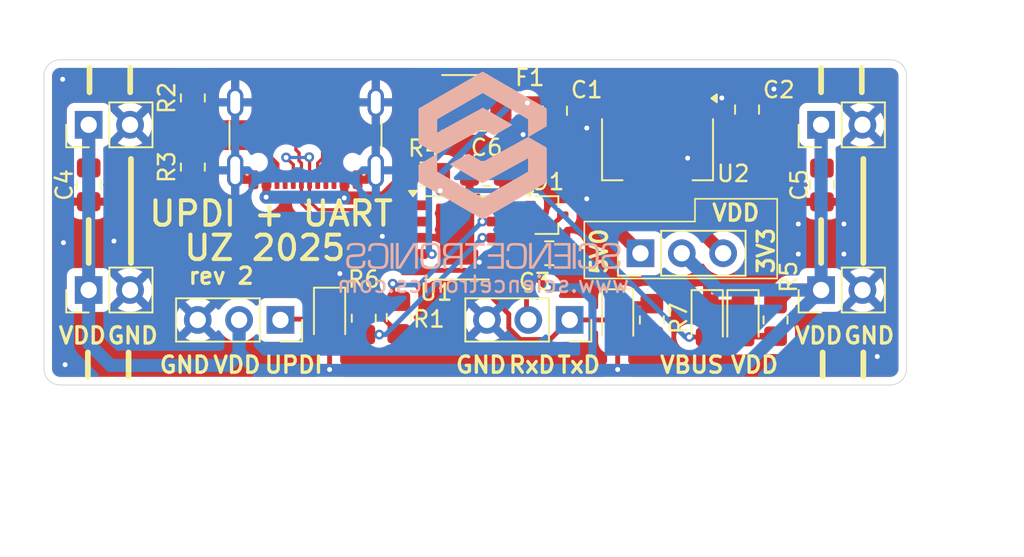
<source format=kicad_pcb>
(kicad_pcb (version 20241229) (generator "pcbnew") (generator_version "9.0")
  (layers (0 "F.Cu" signal) (2 "B.Cu" signal) (13 "F.Paste" user) (15 "B.Paste" user) (5 "F.SilkS" user "F.Silkscreen") (7 "B.SilkS" user "B.Silkscreen") (1 "F.Mask" user) (3 "B.Mask" user) (25 "Edge.Cuts" user))
  (net 0 "")
  (net 1 "+5V")
  (net 2 "GND")
  (net 3 "+3.3V")
  (net 4 "VDD")
  (net 5 "Net-(U1-3V3)")
  (net 6 "UPDI_Tx")
  (net 7 "Net-(D1-A)")
  (net 8 "Net-(D4-A)")
  (net 9 "VBUS")
  (net 10 "Net-(J1-CC1)")
  (net 11 "D-")
  (net 12 "D+")
  (net 14 "Net-(J1-CC2)")
  (net 16 "UPDI")
  (net 17 "UART_Tx")
  (net 18 "UART_Rx")
  (net 19 "Net-(D5-A)")
  (net 20 "Net-(D6-K)")
  (net 21 "Net-(D7-K)")
  (footprint "Connector_PinSocket_2.54mm:PinSocket_1x03_P2.54mm_Vertical" (layer "F.Cu") (at 222.55 96 -90)
    (property "Reference" "J8" (hide yes))
    (property "Value" "Conn_01x03_Socket")
  )
  (footprint "Capacitor_SMD:C_0805_2012Metric_Pad1.18x1.45mm_HandSolder" (layer "F.Cu") (at 233.45 83.0625 90)
    (property "Reference" "C2")
    (property "Value" "1u")
  )
  (footprint "LED_SMD:LED_0805_2012Metric_Pad1.15x1.40mm_HandSolder" (layer "F.Cu") (at 207.8 95.875 -90)
    (property "Reference" "D6" (hide yes))
    (property "Value" "LED B")
  )
  (footprint "Connector_PinHeader_2.54mm:PinHeader_1x02_P2.54mm_Vertical" (layer "F.Cu") (at 193 94.16 90)
    (property "Reference" "J3" (hide yes))
    (property "Value" "Conn_01x02_Pin" (hide yes))
  )
  (footprint "LED_SMD:LED_0805_2012Metric_Pad1.15x1.40mm_HandSolder" (layer "F.Cu") (at 225.5 95.975 -90)
    (property "Reference" "D7" (hide yes))
    (property "Value" "LED R")
  )
  (footprint "Resistor_SMD:R_0805_2012Metric_Pad1.20x1.40mm_HandSolder" (layer "F.Cu") (at 235.2 96 -90)
    (property "Reference" "R5")
    (property "Value" "1k")
  )
  (footprint "Resistor_SMD:R_0805_2012Metric_Pad1.20x1.40mm_HandSolder" (layer "F.Cu") (at 209.9 95.9 90)
    (property "Reference" "R6")
    (property "Value" "1k")
  )
  (footprint "Connector_PinHeader_2.54mm:PinHeader_1x02_P2.54mm_Vertical" (layer "F.Cu") (at 238 94.16 90)
    (property "Reference" "J5" (hide yes))
    (property "Value" "Conn_01x02_Pin" (hide yes))
  )
  (footprint "Package_TO_SOT_SMD:SOT-223-3_TabPin2" (layer "F.Cu") (at 227.95 85.5 -90)
    (property "Reference" "U2")
    (property "Value" "AMS1117-33")
  )
  (footprint "Capacitor_SMD:C_0805_2012Metric_Pad1.18x1.45mm_HandSolder" (layer "F.Cu") (at 221.65 83.1375 -90)
    (property "Reference" "C1")
    (property "Value" "1u")
  )
  (footprint "Connector_USB:USB_C_Receptacle_GCT_USB4105-xx-A_16P_TopMnt_Horizontal" (layer "F.Cu") (at 206.32 83.695 180)
    (property "Reference" "J1" (hide yes))
    (property "Value" "USB_C_Receptacle_USB2.0_16P" (hide yes))
  )
  (footprint "Capacitor_SMD:C_0805_2012Metric_Pad1.18x1.45mm_HandSolder" (layer "F.Cu") (at 217.4375 87.025)
    (property "Reference" "C6")
    (property "Value" "100n")
  )
  (footprint "Connector_PinHeader_2.54mm:PinHeader_1x02_P2.54mm_Vertical" (layer "F.Cu") (at 193 84 90)
    (property "Reference" "J2" (hide yes))
    (property "Value" "Conn_01x02_Pin" (hide yes))
  )
  (footprint "Fuse:Fuse_1812_4532Metric_Pad1.30x3.40mm_HandSolder" (layer "F.Cu") (at 216.1 82.65)
    (property "Reference" "F1")
    (property "Value" "Polyfuse")
  )
  (footprint "Resistor_SMD:R_0805_2012Metric_Pad1.20x1.40mm_HandSolder" (layer "F.Cu") (at 199.4 82.35 90)
    (property "Reference" "R2")
    (property "Value" "5k1")
  )
  (footprint "Resistor_SMD:R_0805_2012Metric_Pad1.20x1.40mm_HandSolder" (layer "F.Cu") (at 213.6 87.05)
    (property "Reference" "R4")
    (property "Value" "1k")
  )
  (footprint "Connector_PinHeader_2.54mm:PinHeader_1x03_P2.54mm_Vertical" (layer "F.Cu") (at 226.9 91.9 90)
    (property "Reference" "J7" (hide yes))
    (property "Value" "Conn_01x03_Pin")
  )
  (footprint "Resistor_SMD:R_0805_2012Metric_Pad1.20x1.40mm_HandSolder" (layer "F.Cu") (at 199.4 86.6 -90)
    (property "Reference" "R3")
    (property "Value" "5k1")
  )
  (footprint "Capacitor_SMD:C_0805_2012Metric_Pad1.18x1.45mm_HandSolder" (layer "F.Cu") (at 238.05 87.7 -90)
    (property "Reference" "C5")
    (property "Value" "100n")
  )
  (footprint "Connector_PinHeader_2.54mm:PinHeader_1x02_P2.54mm_Vertical" (layer "F.Cu") (at 238 84 90)
    (property "Reference" "J4" (hide yes))
    (property "Value" "Conn_01x02_Pin" (hide yes))
  )
  (footprint "Package_TO_SOT_SMD:SOT-323_SC-70" (layer "F.Cu") (at 221.125 89.55)
    (property "Reference" "D1")
    (property "Value" "BAT54W")
  )
  (footprint "LED_SMD:LED_0805_2012Metric_Pad1.15x1.40mm_HandSolder" (layer "F.Cu") (at 233.2 96.025 -90)
    (property "Reference" "D5" (hide yes))
    (property "Value" "LED G")
  )
  (footprint "Resistor_SMD:R_0805_2012Metric_Pad1.20x1.40mm_HandSolder" (layer "F.Cu") (at 212.05 95.85 -90)
    (property "Reference" "R1")
    (property "Value" "470")
  )
  (footprint "Connector_PinSocket_2.54mm:PinSocket_1x03_P2.54mm_Vertical" (layer "F.Cu") (at 204.78 96 -90)
    (property "Reference" "J6" (hide yes))
    (property "Value" "Conn_01x03_Socket")
  )
  (footprint "Capacitor_SMD:C_0805_2012Metric_Pad1.18x1.45mm_HandSolder" (layer "F.Cu") (at 193 87.6875 -90)
    (property "Reference" "C4")
    (property "Value" "100n")
  )
  (footprint "Capacitor_SMD:C_0805_2012Metric_Pad1.18x1.45mm_HandSolder" (layer "F.Cu") (at 221.3 91.9)
    (property "Reference" "C3")
    (property "Value" "100n")
  )
  (footprint "LED_SMD:LED_0805_2012Metric_Pad1.15x1.40mm_HandSolder" (layer "F.Cu") (at 231 96.025 -90)
    (property "Reference" "D4" (hide yes))
    (property "Value" "LED Y")
  )
  (footprint "Resistor_SMD:R_0805_2012Metric_Pad1.20x1.40mm_HandSolder" (layer "F.Cu") (at 227.6 96 90)
    (property "Reference" "R7")
    (property "Value" "1k")
  )
  (footprint "Package_SO:SSOP-10-1EP_3.9x4.9mm_P1mm_EP2.1x3.3mm" (layer "F.Cu") (at 215.6375 90.95)
    (property "Reference" "U1")
    (property "Value" "CH342K" (hide yes))
  )
  (gr_line (start 230.25 88.55) (end 235.3 88.55) (stroke (width 0.1)) (layer "F.SilkS"))
  (gr_line (start 195.45 98) (end 195.45 99.5) (stroke (width 0.35)) (layer "F.SilkS"))
  (gr_line (start 195.55 80.5) (end 195.55 82) (stroke (width 0.35)) (layer "F.SilkS"))
  (gr_line (start 193.05 80.5) (end 193.05 82) (stroke (width 0.35)) (layer "F.SilkS"))
  (gr_line (start 235.3 93.45) (end 223.45 93.45) (stroke (width 0.1)) (layer "F.SilkS"))
  (gr_line (start 235.3 88.55) (end 235.3 93.45) (stroke (width 0.1)) (layer "F.SilkS"))
  (gr_line (start 238.095 98) (end 238.095 99.5) (stroke (width 0.35)) (layer "F.SilkS"))
  (gr_line (start 240.5 80.5) (end 240.5 82) (stroke (width 0.35)) (layer "F.SilkS"))
  (gr_line (start 238 80.5) (end 238 82) (stroke (width 0.35)) (layer "F.SilkS"))
  (gr_line (start 223.45 89.95) (end 230.25 89.95) (stroke (width 0.1)) (layer "F.SilkS"))
  (gr_line (start 240.595 98) (end 240.595 99.5) (stroke (width 0.35)) (layer "F.SilkS"))
  (gr_line (start 193 89.85) (end 193 92.5) (stroke (width 0.35)) (layer "F.SilkS"))
  (gr_line (start 240.595 86.1) (end 240.595 92.5) (stroke (width 0.35)) (layer "F.SilkS"))
  (gr_line (start 223.45 93.45) (end 223.45 89.95) (stroke (width 0.1)) (layer "F.SilkS"))
  (gr_line (start 192.95 98) (end 192.95 99.5) (stroke (width 0.35)) (layer "F.SilkS"))
  (gr_line (start 195.595 86.1) (end 195.595 92.5) (stroke (width 0.35)) (layer "F.SilkS"))
  (gr_line (start 238 89.85) (end 238 92.5) (stroke (width 0.35)) (layer "F.SilkS"))
  (gr_line (start 230.25 89.95) (end 230.25 88.55) (stroke (width 0.1)) (layer "F.SilkS"))
  (gr_poly (pts (xy 220.230259 92.714307) (xy 220.230259 91.267917) (xy 220.058117 91.267917) (xy 220.058117 92.85258) (xy 220.058118 92.85258) (xy 220.346676 92.85258) (xy 221.237771 91.421022) (xy 221.237771 92.85258) (xy 221.409941 92.85258) (xy 221.409941 91.267917) (xy 221.124191 91.267917)) (fill yes) (layer "B.SilkS"))
  (gr_poly (pts (xy 223.573021 91.264817) (xy 223.524846 91.266098) (xy 223.480872 91.268223) (xy 223.441081 91.271183) (xy 223.405456 91.274969) (xy 223.37398 91.279575) (xy 223.346636 91.28499) (xy 223.323407 91.291206) (xy 223.309215 91.296345) (xy 223.295473 91.302109) (xy 223.282181 91.308497) (xy 223.269339 91.315511) (xy 223.256948 91.323149) (xy 223.245008 91.331413) (xy 223.233517 91.340302) (xy 223.222478 91.349816) (xy 223.211888 91.359956) (xy 223.20175 91.370721) (xy 223.192061 91.382112) (xy 223.182824 91.394128) (xy 223.174036 91.406771) (xy 223.1657 91.420039) (xy 223.157813 91.433934) (xy 223.150378 91.448454) (xy 223.143393 91.463601) (xy 223.136858 91.479374) (xy 223.130774 91.495774) (xy 223.125141 91.5128) (xy 223.119958 91.530453) (xy 223.115226 91.548733) (xy 223.110944 91.567639) (xy 223.107113 91.587173) (xy 223.103733 91.607333) (xy 223.100803 91.628121) (xy 223.098325 91.649536) (xy 223.096296 91.671578) (xy 223.094719 91.694248) (xy 223.093592 91.717546) (xy 223.092916 91.741471) (xy 223.092691 91.766024) (xy 223.267675 91.766024) (xy 223.268337 91.719596) (xy 223.270321 91.677135) (xy 223.273628 91.638641) (xy 223.275778 91.620881) (xy 223.278259 91.604114) (xy 223.28107 91.588338) (xy 223.284212 91.573555) (xy 223.287684 91.559763) (xy 223.291488 91.546964) (xy 223.295622 91.535156) (xy 223.300087 91.524341) (xy 223.304882 91.514518) (xy 223.310009 91.505687) (xy 223.313576 91.500481) (xy 223.317399 91.495439) (xy 223.32148 91.490563) (xy 223.325816 91.485852) (xy 223.330409 91.481306) (xy 223.335258 91.476925) (xy 223.340364 91.472709) (xy 223.345726 91.468658) (xy 223.351345 91.464772) (xy 223.35722 91.461052) (xy 223.363351 91.457496) (xy 223.369739 91.454106) (xy 223.376383 91.450882) (xy 223.383283 91.447822) (xy 223.390439 91.444928) (xy 223.397852 91.442198) (xy 223.405521 91.439635) (xy 223.413447 91.437236) (xy 223.430066 91.432935) (xy 223.44771 91.429295) (xy 223.466379 91.426317) (xy 223.486073 91.424001) (xy 223.506792 91.422346) (xy 223.528534 91.421353) (xy 223.551302 91.421022) (xy 223.581354 91.421407) (xy 223.618683 91.422521) (xy 223.663422 91.424295) (xy 223.715703 91.426666) (xy 223.812977 91.430205) (xy 223.851128 91.431253) (xy 223.8822 91.431633) (xy 223.894664 91.431839) (xy 223.906911 91.43246) (xy 223.918936 91.433493) (xy 223.93074 91.43494) (xy 223.94232 91.4368) (xy 223.953674 91.439074) (xy 223.9648 91.441761) (xy 223.975696 91.444862) (xy 223.986361 91.448376) (xy 223.996792 91.452303) (xy 224.006988 91.456644) (xy 224.016946 91.461398) (xy 224.026665 91.466566) (xy 224.036144 91.472147) (xy 224.045379 91.478141) (xy 224.05437 91.484549) (xy 224.060295 91.489214) (xy 224.066031 91.494218) (xy 224.071576 91.499562) (xy 224.076932 91.505245) (xy 224.082097 91.511268) (xy 224.087074 91.51763) (xy 224.09186 91.524333) (xy 224.096458 91.531375) (xy 224.100866 91.538758) (xy 224.105085 91.546481) (xy 224.109115 91.554544) (xy 224.112957 91.562948) (xy 224.120074 91.580778) (xy 224.126437 91.599972) (xy 224.132048 91.62053) (xy 224.136907 91.642454) (xy 224.141016 91.665745) (xy 224.144375 91.690404) (xy 224.146986 91.716431) (xy 224.14885 91.743827) (xy 224.149967 91.772595) (xy 224.150339 91.802734) (xy 224.150339 92.166095) (xy 224.149345 92.244914) (xy 224.146356 92.316802) (xy 224.141364 92.381776) (xy 224.134364 92.439854) (xy 224.130108 92.466312) (xy 224.125347 92.491052) (xy 224.120079 92.514076) (xy 224.114305 92.535388) (xy 224.108023 92.554987) (xy 224.101232 92.572878) (xy 224.093931 92.589062) (xy 224.08612 92.603541) (xy 224.082801 92.609275) (xy 224.07906 92.61484) (xy 224.074898 92.620236) (xy 224.070314 92.625464) (xy 224.065308 92.630524) (xy 224.059881 92.635416) (xy 224.054032 92.64014) (xy 224.047761 92.644696) (xy 224.041069 92.649085) (xy 224.033955 92.653308) (xy 224.026419 92.657363) (xy 224.018462 92.661252) (xy 224.010082 92.664974) (xy 224.001281 92.668531) (xy 223.992059 92.671922) (xy 223.982415 92.675147) (xy 223.961861 92.681102) (xy 223.93962 92.686398) (xy 223.915692 92.691036) (xy 223.890076 92.69502) (xy 223.862774 92.69835) (xy 223.833784 92.701029) (xy 223.803108 92.703058) (xy 223.770743 92.704441) (xy 223.709212 92.7067) (xy 223.66005 92.70823) (xy 223.623192 92.709099) (xy 223.598574 92.709374) (xy 223.555897 92.708555) (xy 223.515965 92.7061) (xy 223.47878 92.70201) (xy 223.444342 92.696286) (xy 223.412652 92.688929) (xy 223.383712 92.67994) (xy 223.357524 92.66932) (xy 223.334087 92.657071) (xy 223.3234 92.650335) (xy 223.313403 92.643193) (xy 223.304093 92.635644) (xy 223.295473 92.627688) (xy 223.287541 92.619325) (xy 223.280299 92.610557) (xy 223.273745 92.601381) (xy 223.267881 92.5918) (xy 223.262706 92.581813) (xy 223.25822 92.57142) (xy 223.254425 92.560621) (xy 223.251319 92.549417) (xy 223.248903 92.537807) (xy 223.247177 92.525792) (xy 223.246141 92.513372) (xy 223.245796 92.500547) (xy 223.245796 92.314263) (xy 223.076463 92.314263) (xy 223.068716 92.492058) (xy 223.069059 92.512659) (xy 223.070089 92.532656) (xy 223.071805 92.55205) (xy 223.074209 92.570841) (xy 223.0773 92.589029) (xy 223.081079 92.606613) (xy 223.085546 92.623594) (xy 223.0907 92.639973) (xy 223.096543 92.655749) (xy 223.103075 92.670922) (xy 223.110295 92.685493) (xy 223.118205 92.699462) (xy 223.126804 92.712828) (xy 223.136092 92.725593) (xy 223.146071 92.737756) (xy 223.156739 92.749317) (xy 223.168098 92.760276) (xy 223.180147 92.770634) (xy 223.192888 92.780391) (xy 223.206319 92.789547) (xy 223.220442 92.798102) (xy 223.235256 92.806056) (xy 223.250762 92.813409) (xy 223.266961 92.820162) (xy 223.283851 92.826314) (xy 223.301435 92.831866) (xy 223.319711 92.836818) (xy 223.33868 92.84117) (xy 223.358343 92.844922) (xy 223.378699 92.848074) (xy 223.421493 92.85258) (xy 223.446623 92.854339) (xy 223.473317 92.855891) (xy 223.531299 92.85834) (xy 223.595239 92.859858) (xy 223.664938 92.86038) (xy 223.89562 92.86038) (xy 223.922448 92.859759) (xy 223.948435 92.857899) (xy 223.973582 92.854798) (xy 223.997888 92.850458) (xy 224.021357 92.844877) (xy 224.043987 92.838055) (xy 224.065781 92.829994) (xy 224.086739 92.820692) (xy 224.106862 92.81015) (xy 224.126151 92.798368) (xy 224.144607 92.785346) (xy 224.16223 92.771083) (xy 224.179023 92.75558) (xy 224.194985 92.738837) (xy 224.210118 92.720854) (xy 224.224423 92.70163) (xy 224.236372 92.683925) (xy 224.247611 92.665474) (xy 224.25814 92.646275) (xy 224.267962 92.626326) (xy 224.277076 92.605624) (xy 224.285485 92.584167) (xy 224.293188 92.561955) (xy 224.300188 92.538983) (xy 224.306485 92.515251) (xy 224.312079 92.490757) (xy 224.316974 92.465497) (xy 224.321168 92.439471) (xy 224.324664 92.412676) (xy 224.327461 92.38511) (xy 224.329563 92.356772) (xy 224.330969 92.327658) (xy 224.338716 92.059578) (xy 224.338716 91.810481) (xy 224.337963 91.766725) (xy 224.335708 91.724889) (xy 224.331952 91.684974) (xy 224.326697 91.646981) (xy 224.319946 91.61091) (xy 224.3117 91.576763) (xy 224.301962 91.544541) (xy 224.290734 91.514244) (xy 224.278018 91.485873) (xy 224.263817 91.45943) (xy 224.248131 91.434914) (xy 224.230964 91.412327) (xy 224.212318 91.39167) (xy 224.192194 91.372944) (xy 224.170596 91.356149) (xy 224.147524 91.341286) (xy 224.129979 91.332057) (xy 224.110417 91.323407) (xy 224.088839 91.315339) (xy 224.065247 91.307855) (xy 224.039641 91.300956) (xy 224.012023 91.294647) (xy 223.982394 91.288927) (xy 223.950755 91.2838) (xy 223.917106 91.279269) (xy 223.88145 91.275334) (xy 223.843788 91.271998) (xy 223.804119 91.269265) (xy 223.762447 91.267134) (xy 223.718771 91.26561) (xy 223.673092 91.264694) (xy 223.625413 91.264388)) (fill yes) (layer "B.SilkS"))
  (gr_poly (pts (xy 217.493417 91.426666) (xy 218.336556 91.426666) (xy 218.336556 91.962204) (xy 217.527989 91.962204) (xy 217.527989 92.113178) (xy 218.336556 92.113178) (xy 218.336556 92.69598) (xy 217.493417 92.69598) (xy 217.493417 92.85258) (xy 218.508711 92.85258) (xy 218.508711 91.267917) (xy 217.493417 91.267917)) (fill yes) (layer "B.SilkS"))
  (gr_poly (pts (xy 222.743469 92.85258) (xy 222.921269 92.85258) (xy 222.921269 91.267917) (xy 222.743469 91.267917)) (fill yes) (layer "B.SilkS"))
  (gr_poly (pts (xy 221.589885 91.426666) (xy 222.432996 91.426666) (xy 222.432996 91.962204) (xy 221.624423 91.962204) (xy 221.624423 92.113178) (xy 222.432996 92.113178) (xy 222.432996 92.69598) (xy 221.589885 92.69598) (xy 221.589885 92.85258) (xy 222.605173 92.85258) (xy 222.605173 91.267917) (xy 221.589885 91.267917)) (fill yes) (layer "B.SilkS"))
  (gr_poly (pts (xy 212.045822 92.714307) (xy 212.045822 91.267917) (xy 211.873666 91.267917) (xy 211.873666 92.85258) (xy 211.873668 92.85258) (xy 212.162239 92.85258) (xy 213.053355 91.421022) (xy 213.053355 92.85258) (xy 213.225511 92.85258) (xy 213.225511 91.267917) (xy 212.939762 91.267917)) (fill yes) (layer "B.SilkS"))
  (gr_poly (pts (xy 216.131695 91.437249) (xy 216.6404 91.437249) (xy 216.6404 92.85258) (xy 216.820317 92.85258) (xy 216.820317 91.437249) (xy 217.33255 91.437249) (xy 217.33255 91.267917) (xy 216.131695 91.267917)) (fill yes) (layer "B.SilkS"))
  (gr_poly (pts (xy 210.650051 91.264817) (xy 210.601868 91.266098) (xy 210.557869 91.268223) (xy 210.518028 91.271183) (xy 210.482322 91.274969) (xy 210.450725 91.279575) (xy 210.423213 91.28499) (xy 210.399761 91.291206) (xy 210.38563 91.296345) (xy 210.371946 91.302109) (xy 210.358709 91.308497) (xy 210.345919 91.315511) (xy 210.333576 91.323149) (xy 210.32168 91.331413) (xy 210.310231 91.340302) (xy 210.29923 91.349816) (xy 210.288676 91.359956) (xy 210.27857 91.370721) (xy 210.268911 91.382112) (xy 210.259701 91.394128) (xy 210.250938 91.406771) (xy 210.242624 91.420039) (xy 210.234757 91.433934) (xy 210.22734 91.448454) (xy 210.220371 91.463601) (xy 210.21385 91.479374) (xy 210.207779 91.495774) (xy 210.202156 91.5128) (xy 210.196982 91.530453) (xy 210.192258 91.548733) (xy 210.187983 91.567639) (xy 210.184157 91.587173) (xy 210.180781 91.607333) (xy 210.177855 91.628121) (xy 210.175378 91.649536) (xy 210.173352 91.671578) (xy 210.171775 91.694248) (xy 210.170649 91.717546) (xy 210.169973 91.741471) (xy 210.169748 91.766024) (xy 210.344727 91.766024) (xy 210.345388 91.719596) (xy 210.347373 91.677135) (xy 210.35068 91.638641) (xy 210.35283 91.620881) (xy 210.355311 91.604114) (xy 210.358122 91.588338) (xy 210.361264 91.573555) (xy 210.364737 91.559763) (xy 210.36854 91.546964) (xy 210.372674 91.535156) (xy 210.377139 91.524341) (xy 210.381934 91.514518) (xy 210.387061 91.505687) (xy 210.390628 91.500481) (xy 210.394452 91.495439) (xy 210.398533 91.490563) (xy 210.402869 91.485852) (xy 210.407462 91.481306) (xy 210.412312 91.476925) (xy 210.417417 91.472709) (xy 210.422779 91.468658) (xy 210.428398 91.464772) (xy 210.434272 91.461052) (xy 210.440403 91.457496) (xy 210.44679 91.454106) (xy 210.453434 91.450882) (xy 210.460334 91.447822) (xy 210.46749 91.444928) (xy 210.474902 91.442198) (xy 210.482571 91.439635) (xy 210.490496 91.437236) (xy 210.507116 91.432935) (xy 210.52476 91.429295) (xy 210.54343 91.426317) (xy 210.563124 91.424001) (xy 210.583844 91.422346) (xy 210.60559 91.421353) (xy 210.62836 91.421022) (xy 210.658402 91.421407) (xy 210.695653 91.422521) (xy 210.74018 91.424295) (xy 210.792049 91.426666) (xy 210.889945 91.430205) (xy 210.928176 91.431253) (xy 210.959264 91.431633) (xy 210.971724 91.431839) (xy 210.983967 91.43246) (xy 210.995991 91.433493) (xy 211.007794 91.43494) (xy 211.019373 91.4368) (xy 211.030727 91.439074) (xy 211.041854 91.441761) (xy 211.052751 91.444862) (xy 211.063417 91.448376) (xy 211.073849 91.452303) (xy 211.084045 91.456644) (xy 211.094003 91.461398) (xy 211.103722 91.466566) (xy 211.113199 91.472147) (xy 211.122432 91.478141) (xy 211.131419 91.484549) (xy 211.137282 91.489214) (xy 211.142962 91.494218) (xy 211.148459 91.499562) (xy 211.153774 91.505245) (xy 211.158906 91.511268) (xy 211.163855 91.51763) (xy 211.16862 91.524333) (xy 211.173202 91.531375) (xy 211.1776 91.538758) (xy 211.181813 91.546481) (xy 211.185842 91.554544) (xy 211.189686 91.562948) (xy 211.196819 91.580778) (xy 211.203211 91.599972) (xy 211.208857 91.62053) (xy 211.213758 91.642454) (xy 211.21791 91.665745) (xy 211.221312 91.690404) (xy 211.223962 91.716431) (xy 211.225857 91.743827) (xy 211.226996 91.772595) (xy 211.227376 91.802734) (xy 211.227376 92.166095) (xy 211.226353 92.244914) (xy 211.223297 92.316802) (xy 211.218223 92.381776) (xy 211.211148 92.439854) (xy 211.206865 92.466312) (xy 211.202088 92.491052) (xy 211.19682 92.514076) (xy 211.191061 92.535388) (xy 211.184815 92.554987) (xy 211.178083 92.572878) (xy 211.170867 92.589062) (xy 211.16317 92.603541) (xy 211.15985 92.609275) (xy 211.156109 92.61484) (xy 211.151946 92.620236) (xy 211.147361 92.625464) (xy 211.142355 92.630524) (xy 211.136927 92.635416) (xy 211.131077 92.64014) (xy 211.124806 92.644696) (xy 211.118113 92.649085) (xy 211.110998 92.653308) (xy 211.103461 92.657363) (xy 211.095503 92.661252) (xy 211.087123 92.664974) (xy 211.078322 92.668531) (xy 211.069099 92.671922) (xy 211.059454 92.675147) (xy 211.038899 92.681102) (xy 211.016657 92.686398) (xy 210.992729 92.691036) (xy 210.967114 92.69502) (xy 210.939813 92.69835) (xy 210.910824 92.701029) (xy 210.880149 92.703058) (xy 210.847788 92.704441) (xy 210.78626 92.7067) (xy 210.737103 92.70823) (xy 210.700249 92.709099) (xy 210.675632 92.709374) (xy 210.632951 92.708555) (xy 210.593017 92.7061) (xy 210.55583 92.70201) (xy 210.521391 92.696286) (xy 210.489701 92.688929) (xy 210.460761 92.67994) (xy 210.434573 92.66932) (xy 210.411137 92.657071) (xy 210.400451 92.650335) (xy 210.390454 92.643193) (xy 210.381146 92.635644) (xy 210.372526 92.627688) (xy 210.364595 92.619325) (xy 210.357353 92.610557) (xy 210.3508 92.601381) (xy 210.344936 92.5918) (xy 210.339762 92.581813) (xy 210.335277 92.57142) (xy 210.331482 92.560621) (xy 210.328376 92.549417) (xy 210.325961 92.537807) (xy 210.324235 92.525792) (xy 210.3232 92.513372) (xy 210.322855 92.500547) (xy 210.322855 92.314263) (xy 210.15352 92.314263) (xy 210.14576 92.492058) (xy 210.145761 92.492058) (xy 210.146104 92.512659) (xy 210.147134 92.532656) (xy 210.148851 92.55205) (xy 210.151254 92.570841) (xy 210.154345 92.589029) (xy 210.158123 92.606613) (xy 210.16259 92.623594) (xy 210.167744 92.639973) (xy 210.173586 92.655749) (xy 210.180118 92.670922) (xy 210.187338 92.685493) (xy 210.195247 92.699462) (xy 210.203845 92.712828) (xy 210.213133 92.725593) (xy 210.223111 92.737756) (xy 210.23378 92.749317) (xy 210.245138 92.760276) (xy 210.257187 92.770634) (xy 210.269927 92.780391) (xy 210.283359 92.789547) (xy 210.297481 92.798102) (xy 210.312296 92.806056) (xy 210.327802 92.813409) (xy 210.344 92.820162) (xy 210.360891 92.826314) (xy 210.378475 92.831866) (xy 210.396752 92.836818) (xy 210.415721 92.84117) (xy 210.435385 92.844922) (xy 210.455742 92.848074) (xy 210.498538 92.85258) (xy 210.523641 92.854339) (xy 210.550264 92.855891) (xy 210.608076 92.85834) (xy 210.671973 92.859858) (xy 210.741956 92.86038) (xy 210.972672 92.86038) (xy 210.999502 92.859759) (xy 211.025491 92.857899) (xy 211.050638 92.854798) (xy 211.074945 92.850458) (xy 211.098412 92.844877) (xy 211.121042 92.838055) (xy 211.142834 92.829994) (xy 211.16379 92.820692) (xy 211.18391 92.81015) (xy 211.203197 92.798368) (xy 211.221651 92.785346) (xy 211.239273 92.771083) (xy 211.256063 92.75558) (xy 211.272024 92.738837) (xy 211.287156 92.720854) (xy 211.30146 92.70163) (xy 211.313408 92.683925) (xy 211.324644 92.665474) (xy 211.33517 92.646275) (xy 211.344984 92.626326) (xy 211.354087 92.605624) (xy 211.36248 92.584167) (xy 211.370161 92.561955) (xy 211.377131 92.538983) (xy 211.38339 92.515251) (xy 211.388939 92.490757) (xy 211.393776 92.465497) (xy 211.397901 92.439471) (xy 211.401316 92.412676) (xy 211.40402 92.38511) (xy 211.406012 92.356772) (xy 211.407294 92.327658) (xy 211.415056 92.059578) (xy 211.415056 91.810481) (xy 211.414312 91.766725) (xy 211.412079 91.724889) (xy 211.408359 91.684974) (xy 211.40315 91.646981) (xy 211.396452 91.61091) (xy 211.388267 91.576763) (xy 211.378593 91.544541) (xy 211.36743 91.514244) (xy 211.35478 91.485873) (xy 211.340641 91.45943) (xy 211.325014 91.434914) (xy 211.307899 91.412327) (xy 211.289295 91.39167) (xy 211.269203 91.372944) (xy 211.247623 91.356149) (xy 211.224555 91.341286) (xy 211.207009 91.332057) (xy 211.187448 91.323407) (xy 211.165871 91.315339) (xy 211.14228 91.307855) (xy 211.116675 91.300956) (xy 211.089058 91.294647) (xy 211.05943 91.288927) (xy 211.027792 91.2838) (xy 210.994145 91.279269) (xy 210.958489 91.275334) (xy 210.920827 91.271998) (xy 210.881158 91.269265) (xy 210.839484 91.267134) (xy 210.795807 91.26561) (xy 210.750126 91.264694) (xy 210.702443 91.264388)) (fill yes) (layer "B.SilkS"))
  (gr_poly (pts (xy 219.15548 91.264817) (xy 219.107232 91.266098) (xy 219.06315 91.268223) (xy 219.023235 91.271183) (xy 218.987485 91.274969) (xy 218.955899 91.279575) (xy 218.928477 91.28499) (xy 218.905219 91.291206) (xy 218.891027 91.296345) (xy 218.877285 91.302109) (xy 218.863994 91.308497) (xy 218.851153 91.315511) (xy 218.838762 91.323149) (xy 218.826822 91.331413) (xy 218.815333 91.340302) (xy 218.804293 91.349816) (xy 218.793704 91.359956) (xy 218.783566 91.370721) (xy 218.773878 91.382112) (xy 218.764641 91.394128) (xy 218.755854 91.406771) (xy 218.747517 91.420039) (xy 218.739631 91.433934) (xy 218.732196 91.448454) (xy 218.725211 91.463601) (xy 218.718676 91.479374) (xy 218.712592 91.495774) (xy 218.706959 91.5128) (xy 218.701776 91.530453) (xy 218.697044 91.548733) (xy 218.692763 91.567639) (xy 218.688932 91.587173) (xy 218.685552 91.607333) (xy 218.682622 91.628121) (xy 218.680143 91.649536) (xy 218.678115 91.671578) (xy 218.676538 91.694248) (xy 218.675411 91.717546) (xy 218.674735 91.741471) (xy 218.674509 91.766024) (xy 218.849522 91.766024) (xy 218.850183 91.719596) (xy 218.852163 91.677135) (xy 218.855465 91.638641) (xy 218.857612 91.620881) (xy 218.860088 91.604114) (xy 218.862895 91.588338) (xy 218.866033 91.573555) (xy 218.869501 91.559763) (xy 218.8733 91.546964) (xy 218.877429 91.535156) (xy 218.881888 91.524341) (xy 218.886679 91.514518) (xy 218.8918 91.505687) (xy 218.895435 91.500481) (xy 218.899322 91.495439) (xy 218.90346 91.490563) (xy 218.907851 91.485852) (xy 218.912494 91.481306) (xy 218.917388 91.476925) (xy 218.922535 91.472709) (xy 218.927933 91.468658) (xy 218.933584 91.464772) (xy 218.939486 91.461052) (xy 218.945641 91.457496) (xy 218.952047 91.454106) (xy 218.958706 91.450882) (xy 218.965617 91.447822) (xy 218.972779 91.444928) (xy 218.980194 91.442198) (xy 218.99578 91.437236) (xy 219.012374 91.432935) (xy 219.029977 91.429295) (xy 219.048588 91.426317) (xy 219.068208 91.424001) (xy 219.088837 91.422346) (xy 219.110474 91.421353) (xy 219.133121 91.421022) (xy 219.163273 91.421407) (xy 219.200766 91.422521) (xy 219.245529 91.424295) (xy 219.297493 91.426666) (xy 219.39489 91.430205) (xy 219.433256 91.431253) (xy 219.464731 91.431633) (xy 219.477188 91.431839) (xy 219.489414 91.43246) (xy 219.501409 91.433493) (xy 219.513175 91.43494) (xy 219.524713 91.4368) (xy 219.536023 91.439074) (xy 219.547108 91.441761) (xy 219.557968 91.444862) (xy 219.568604 91.448376) (xy 219.579017 91.452303) (xy 219.589209 91.456644) (xy 219.59918 91.461398) (xy 219.608931 91.466566) (xy 219.618465 91.472147) (xy 219.627781 91.478141) (xy 219.63688 91.484549) (xy 219.64274 91.489214) (xy 219.648415 91.494218) (xy 219.653903 91.499562) (xy 219.659206 91.505245) (xy 219.664322 91.511268) (xy 219.669253 91.51763) (xy 219.673998 91.524333) (xy 219.678556 91.531375) (xy 219.682929 91.538758) (xy 219.687116 91.546481) (xy 219.691117 91.554544) (xy 219.694932 91.562948) (xy 219.702004 91.580778) (xy 219.708332 91.599972) (xy 219.713916 91.62053) (xy 219.718755 91.642454) (xy 219.72285 91.665745) (xy 219.726201 91.690404) (xy 219.728807 91.716431) (xy 219.730669 91.743827) (xy 219.731786 91.772595) (xy 219.732159 91.802734) (xy 219.732159 92.166095) (xy 219.731167 92.244914) (xy 219.72819 92.316802) (xy 219.723229 92.381776) (xy 219.716284 92.439854) (xy 219.712067 92.466312) (xy 219.707354 92.491052) (xy 219.702145 92.514076) (xy 219.69644 92.535388) (xy 219.690238 92.554987) (xy 219.683541 92.572878) (xy 219.676348 92.589062) (xy 219.668658 92.603541) (xy 219.665334 92.609275) (xy 219.661584 92.61484) (xy 219.65741 92.620236) (xy 219.652811 92.625464) (xy 219.647788 92.630524) (xy 219.642341 92.635416) (xy 219.636471 92.64014) (xy 219.630178 92.644696) (xy 219.623463 92.649085) (xy 219.616325 92.653308) (xy 219.608765 92.657363) (xy 219.600784 92.661252) (xy 219.592382 92.664974) (xy 219.583559 92.668531) (xy 219.574316 92.671922) (xy 219.564652 92.675147) (xy 219.544068 92.681102) (xy 219.521809 92.686398) (xy 219.497877 92.691036) (xy 219.472277 92.69502) (xy 219.445011 92.69835) (xy 219.416081 92.701029) (xy 219.385493 92.703058) (xy 219.353247 92.704441) (xy 219.291734 92.7067) (xy 219.24258 92.70823) (xy 219.205724 92.709099) (xy 219.181105 92.709374) (xy 219.138311 92.708555) (xy 219.098292 92.7061) (xy 219.061047 92.70201) (xy 219.026573 92.696286) (xy 218.994868 92.688929) (xy 218.965931 92.67994) (xy 218.93976 92.66932) (xy 218.916351 92.657071) (xy 218.905683 92.650335) (xy 218.895704 92.643193) (xy 218.886416 92.635644) (xy 218.877817 92.627688) (xy 218.869908 92.619325) (xy 218.862687 92.610557) (xy 218.856155 92.601381) (xy 218.850312 92.5918) (xy 218.845158 92.581813) (xy 218.840691 92.57142) (xy 218.836913 92.560621) (xy 218.833821 92.549417) (xy 218.831418 92.537807) (xy 218.829701 92.525792) (xy 218.828671 92.513372) (xy 218.828328 92.500547) (xy 218.828328 92.314263) (xy 218.658275 92.314263) (xy 218.651247 92.492058) (xy 218.65159 92.512659) (xy 218.652619 92.532656) (xy 218.654334 92.55205) (xy 218.656736 92.570841) (xy 218.659825 92.589029) (xy 218.6636 92.606613) (xy 218.668063 92.623594) (xy 218.673212 92.639973) (xy 218.679049 92.655749) (xy 218.685573 92.670922) (xy 218.692784 92.685493) (xy 218.700683 92.699462) (xy 218.70927 92.712828) (xy 218.718545 92.725593) (xy 218.728508 92.737756) (xy 218.73916 92.749317) (xy 218.7505 92.760276) (xy 218.762528 92.770634) (xy 218.775245 92.780391) (xy 218.788651 92.789547) (xy 218.802746 92.798102) (xy 218.817531 92.806056) (xy 218.833004 92.813409) (xy 218.849167 92.820162) (xy 218.86602 92.826314) (xy 218.883563 92.831866) (xy 218.901795 92.836818) (xy 218.920718 92.84117) (xy 218.940331 92.844922) (xy 218.960634 92.848074) (xy 219.003312 92.85258) (xy 219.02865 92.854339) (xy 219.05545 92.855891) (xy 219.11347 92.85834) (xy 219.177436 92.859858) (xy 219.247413 92.86038) (xy 219.47813 92.86038) (xy 219.504849 92.859759) (xy 219.530755 92.857899) (xy 219.555845 92.854798) (xy 219.580118 92.850458) (xy 219.603571 92.844877) (xy 219.626204 92.838055) (xy 219.648013 92.829994) (xy 219.668997 92.820692) (xy 219.689154 92.81015) (xy 219.708481 92.798368) (xy 219.726978 92.785346) (xy 219.744641 92.771083) (xy 219.76147 92.75558) (xy 219.777462 92.738837) (xy 219.792614 92.720854) (xy 219.806926 92.70163) (xy 219.81888 92.683925) (xy 219.830122 92.665474) (xy 219.840652 92.646275) (xy 219.85047 92.626326) (xy 219.859576 92.605624) (xy 219.86797 92.584167) (xy 219.875653 92.561955) (xy 219.882623 92.538983) (xy 219.888882 92.515251) (xy 219.894429 92.490757) (xy 219.899263 92.465497) (xy 219.903386 92.439471) (xy 219.906797 92.412676) (xy 219.909497 92.38511) (xy 219.911484 92.356772) (xy 219.912759 92.327658) (xy 219.920535 92.059578) (xy 219.920535 91.810481) (xy 219.91979 91.766725) (xy 219.917558 91.724889) (xy 219.913837 91.684974) (xy 219.908628 91.646981) (xy 219.901931 91.61091) (xy 219.893746 91.576763) (xy 219.884072 91.544541) (xy 219.87291 91.514244) (xy 219.860259 91.485873) (xy 219.846121 91.45943) (xy 219.830494 91.434914) (xy 219.813378 91.412327) (xy 219.794775 91.39167) (xy 219.774683 91.372944) (xy 219.753103 91.356149) (xy 219.730035 91.341286) (xy 219.712371 91.332057) (xy 219.692722 91.323407) (xy 219.671085 91.315339) (xy 219.647457 91.307855) (xy 219.621838 91.300956) (xy 219.594223 91.294647) (xy 219.564612 91.288927) (xy 219.533002 91.2838) (xy 219.499391 91.279269) (xy 219.463776 91.275334) (xy 219.426156 91.271998) (xy 219.386528 91.269265) (xy 219.34489 91.267134) (xy 219.30124 91.26561) (xy 219.255576 91.264694) (xy 219.207895 91.264388)) (fill yes) (layer "B.SilkS"))
  (gr_poly (pts (xy 209.344868 91.260422) (xy 209.276341 91.263401) (xy 209.214164 91.268367) (xy 209.158337 91.275317) (xy 209.132804 91.279537) (xy 209.108859 91.284252) (xy 209.086502 91.289464) (xy 209.065732 91.295171) (xy 209.04655 91.301374) (xy 209.028955 91.308073) (xy 209.012948 91.315267) (xy 208.998528 91.322957) (xy 208.98941 91.328775) (xy 208.980578 91.33499) (xy 208.972031 91.341602) (xy 208.963771 91.34861) (xy 208.955797 91.356014) (xy 208.948109 91.363814) (xy 208.940708 91.372009) (xy 208.933595 91.3806) (xy 208.926768 91.389585) (xy 208.92023 91.398965) (xy 208.913979 91.40874) (xy 208.908016 91.418909) (xy 208.902341 91.429472) (xy 208.896955 91.440428) (xy 208.891858 91.451778) (xy 208.887051 91.463521) (xy 208.882532 91.475656) (xy 208.878303 91.488185) (xy 208.874364 91.501105) (xy 208.870715 91.514418) (xy 208.864289 91.542218) (xy 208.859027 91.571583) (xy 208.854931 91.60251) (xy 208.852002 91.634998) (xy 208.850243 91.669045) (xy 208.849657 91.704648) (xy 209.022517 91.704648) (xy 209.022922 91.679451) (xy 209.024137 91.655445) (xy 209.026159 91.632632) (xy 209.028989 91.611011) (xy 209.032624 91.590585) (xy 209.037065 91.571354) (xy 209.04231 91.553319) (xy 209.048358 91.536482) (xy 209.055209 91.520843) (xy 209.06286 91.506404) (xy 209.071311 91.493166) (xy 209.080561 91.48113) (xy 209.090609 91.470296) (xy 209.101453 91.460667) (xy 209.113094 91.452243) (xy 209.12553 91.445025) (xy 209.134484 91.440798) (xy 209.144679 91.436852) (xy 209.156114 91.433184) (xy 209.168789 91.429795) (xy 209.182704 91.426683) (xy 209.19786 91.423846) (xy 209.214256 91.421285) (xy 209.231892 91.418998) (xy 209.250768 91.416983) (xy 209.270885 91.415241) (xy 209.292242 91.413769) (xy 209.314839 91.412567) (xy 209.338676 91.411634) (xy 209.363753 91.410969) (xy 209.417629 91.410438) (xy 209.469617 91.410934) (xy 209.5171 91.412423) (xy 209.560068 91.414905) (xy 209.598514 91.418379) (xy 209.632429 91.422847) (xy 209.661804 91.428309) (xy 209.674787 91.431413) (xy 209.686632 91.434766) (xy 209.697338 91.438367) (xy 209.706905 91.442216) (xy 209.714199 91.445652) (xy 209.721266 91.449343) (xy 209.728106 91.453291) (xy 209.734717 91.457494) (xy 209.741099 91.461953) (xy 209.747253 91.466668) (xy 209.753178 91.471639) (xy 209.758874 91.476865) (xy 209.76434 91.482346) (xy 209.769577 91.488082) (xy 209.774584 91.494073) (xy 209.77936 91.500319) (xy 209.783906 91.50682) (xy 209.788221 91.513576) (xy 209.792306 91.520586) (xy 209.796158 91.52785) (xy 209.79978 91.535369) (xy 209.80317 91.543142) (xy 209.806327 91.551169) (xy 209.809253 91.55945) (xy 209.811945 91.567984) (xy 209.814405 91.576773) (xy 209.816632 91.585814) (xy 209.818626 91.59511) (xy 209.820386 91.604658) (xy 209.821912 91.61446) (xy 209.823204 91.624514) (xy 209.824262 91.634822) (xy 209.825085 91.645382) (xy 209.825674 91.656195) (xy 209.826027 91.66726) (xy 209.826144 91.678578) (xy 209.825963 91.696102) (xy 209.82542 91.712964) (xy 209.824517 91.729166) (xy 209.823256 91.744707) (xy 209.82164 91.759587) (xy 209.81967 91.773806) (xy 209.817349 91.787364) (xy 209.814679 91.800261) (xy 209.811661 91.812497) (xy 209.808298 91.824072) (xy 209.804592 91.834985) (xy 209.800545 91.845237) (xy 209.796159 91.854828) (xy 209.791436 91.863758) (xy 209.786378 91.872026) (xy 209.780988 91.879633) (xy 209.777596 91.883931) (xy 209.774035 91.888093) (xy 209.770304 91.89212) (xy 209.766406 91.896011) (xy 209.762338 91.899767) (xy 209.758103 91.903389) (xy 209.753699 91.906876) (xy 209.749128 91.91023) (xy 209.744389 91.91345) (xy 209.739483 91.916538) (xy 209.729171 91.922315) (xy 209.718193 91.927566) (xy 209.706552 91.932292) (xy 209.694249 91.936496) (xy 209.681287 91.940183) (xy 209.667668 91.943354) (xy 209.653393 91.946014) (xy 209.638465 91.948164) (xy 209.622886 91.949809) (xy 209.606658 91.95095) (xy 209.589783 91.951592) (xy 209.356244 91.962204) (xy 209.286956 91.965633) (xy 209.223555 91.970645) (xy 209.166041 91.977231) (xy 209.114415 91.98538) (xy 209.090809 91.990039) (xy 209.068675 91.995086) (xy 209.048013 92.000519) (xy 209.028822 92.006337) (xy 209.011103 92.01254) (xy 208.994856 92.019126) (xy 208.980081 92.026095) (xy 208.966777 92.033444) (xy 208.957792 92.039299) (xy 208.949091 92.045489) (xy 208.940676 92.052014) (xy 208.932546 92.058876) (xy 208.924702 92.066074) (xy 208.917143 92.073609) (xy 208.909869 92.081482) (xy 208.90288 92.089692) (xy 208.896176 92.09824) (xy 208.889758 92.107126) (xy 208.883625 92.116352) (xy 208.877778 92.125916) (xy 208.872215 92.13582) (xy 208.866938 92.146064) (xy 208.861946 92.156648) (xy 208.857239 92.167574) (xy 208.852818 92.17884) (xy 208.848682 92.190448) (xy 208.844831 92.202397) (xy 208.841265 92.21469) (xy 208.837985 92.227324) (xy 208.83499 92.240302) (xy 208.829855 92.267289) (xy 208.825862 92.295652) (xy 208.82301 92.325396) (xy 208.821298 92.356522) (xy 208.820728 92.389036) (xy 208.820729 92.389036) (xy 208.821523 92.440135) (xy 208.823904 92.487597) (xy 208.827872 92.531424) (xy 208.830452 92.551973) (xy 208.833428 92.571612) (xy 208.836802 92.590342) (xy 208.840572 92.608163) (xy 208.844739 92.625074) (xy 208.849303 92.641075) (xy 208.854264 92.656166) (xy 208.859622 92.670347) (xy 208.865377 92.683619) (xy 208.871529 92.69598) (xy 208.875946 92.704009) (xy 208.880599 92.711823) (xy 208.885489 92.719422) (xy 208.890614 92.726806) (xy 208.895977 92.733976) (xy 208.901576 92.740931) (xy 208.907413 92.747672) (xy 208.913487 92.754199) (xy 208.919799 92.760512) (xy 208.926349 92.766611) (xy 208.933137 92.772496) (xy 208.940163 92.778168) (xy 208.947428 92.783626) (xy 208.954933 92.78887) (xy 208.962676 92.793901) (xy 208.970659 92.798719) (xy 208.978882 92.803325) (xy 208.987345 92.807717) (xy 208.996048 92.811896) (xy 209.004992 92.815863) (xy 209.014177 92.819618) (xy 209.023602 92.82316) (xy 209.033269 92.826489) (xy 209.043178 92.829607) (xy 209.06372 92.835207) (xy 209.085233 92.83996) (xy 209.107716 92.843867) (xy 209.131174 92.84693) (xy 209.163785 92.850151) (xy 209.198124 92.852915) (xy 209.2342 92.855231) (xy 209.27202 92.857107) (xy 209.311594 92.858551) (xy 209.352928 92.859573) (xy 209.396031 92.860179) (xy 209.440912 92.86038) (xy 209.508017 92.859421) (xy 209.570161 92.856551) (xy 209.627344 92.851778) (xy 209.679566 92.845111) (xy 209.703816 92.84107) (xy 209.726827 92.836558) (xy 209.748597 92.831576) (xy 209.769127 92.826126) (xy 209.788417 92.820209) (xy 209.806466 92.813826) (xy 209.823275 92.806977) (xy 209.838844 92.799664) (xy 209.849457 92.793883) (xy 209.85973 92.787779) (xy 209.869665 92.781353) (xy 209.879261 92.774605) (xy 209.888519 92.767534) (xy 209.897438 92.760142) (xy 209.906019 92.752428) (xy 209.914262 92.744392) (xy 209.922167 92.736034) (xy 209.929734 92.727355) (xy 209.936963 92.718355) (xy 209.943855 92.709034) (xy 209.95041 92.699391) (xy 209.956627 92.689428) (xy 209.962506 92.679144) (xy 209.968049 92.66854) (xy 209.973255 92.657614) (xy 209.978124 92.646369) (xy 209.982656 92.634803) (xy 209.986852 92.622918) (xy 209.990711 92.610712) (xy 209.994235 92.598187) (xy 209.997421 92.585342) (xy 210.000272 92.572177) (xy 210.002787 92.558693) (xy 210.004967 92.54489) (xy 210.00681 92.530768) (xy 210.008318 92.516327) (xy 210.009491 92.501567) (xy 210.010329 92.486488) (xy 210.010999 92.455375) (xy 210.010855 92.444248) (xy 210.010381 92.424593) (xy 210.00951 92.396343) (xy 210.008177 92.359436) (xy 209.836021 92.359436) (xy 209.835782 92.3857) (xy 209.835061 92.410791) (xy 209.833859 92.434709) (xy 209.832174 92.457454) (xy 209.830006 92.479025) (xy 209.827353 92.499422) (xy 209.824214 92.518646) (xy 209.820588 92.536696) (xy 209.816475 92.553571) (xy 209.811873 92.569273) (xy 209.80678 92.5838) (xy 209.801197 92.597153) (xy 209.795122 92.609332) (xy 209.788553 92.620336) (xy 209.781491 92.630165) (xy 209.773933 92.638819) (xy 209.769882 92.642856) (xy 209.765533 92.64676) (xy 209.760886 92.650533) (xy 209.755942 92.654173) (xy 209.7507 92.657683) (xy 209.74516 92.661061) (xy 209.733188 92.667424) (xy 209.720025 92.673266) (xy 209.705671 92.678588) (xy 209.690127 92.683394) (xy 209.673392 92.687684) (xy 209.655466 92.691461) (xy 209.63635 92.694728) (xy 209.616043 92.697486) (xy 209.594546 92.699737) (xy 209.571858 92.701485) (xy 209.54798 92.702731) (xy 209.52291 92.703476) (xy 209.496651 92.703724) (xy 209.348482 92.703724) (xy 209.29841 92.703063) (xy 209.252968 92.701079) (xy 209.212156 92.697771) (xy 209.193486 92.695621) (xy 209.175974 92.693141) (xy 209.15962 92.69033) (xy 209.144423 92.687188) (xy 209.130384 92.683715) (xy 209.117502 92.679912) (xy 209.105778 92.675777) (xy 209.095211 92.671312) (xy 209.085803 92.666517) (xy 209.077551 92.66139) (xy 209.072667 92.657748) (xy 209.067935 92.653829) (xy 209.063357 92.649632) (xy 209.058932 92.645158) (xy 209.054661 92.640407) (xy 209.050543 92.635378) (xy 209.046579 92.630073) (xy 209.042769 92.62449) (xy 209.039113 92.61863) (xy 209.035611 92.612493) (xy 209.032263 92.606079) (xy 209.02907 92.599387) (xy 209.026031 92.592419) (xy 209.023147 92.585173) (xy 209.017843 92.569851) (xy 209.013159 92.553421) (xy 209.009096 92.535883) (xy 209.005656 92.517236) (xy 209.002839 92.497482) (xy 209.000646 92.47662) (xy 208.999078 92.454651) (xy 208.998137 92.431574) (xy 208.997823 92.40739) (xy 208.998086 92.380307) (xy 208.99887 92.355124) (xy 209.000167 92.331825) (xy 209.001968 92.310394) (xy 209.004266 92.290815) (xy 209.007051 92.27307) (xy 209.010315 92.257144) (xy 209.01405 92.243019) (xy 209.016518 92.236508) (xy 209.019292 92.230203) (xy 209.022372 92.224105) (xy 209.025758 92.218214) (xy 209.02945 92.21253) (xy 209.033448 92.207052) (xy 209.037751 92.201782) (xy 209.042361 92.196717) (xy 209.047276 92.19186) (xy 209.052498 92.187209) (xy 209.058025 92.182765) (xy 209.063858 92.178528) (xy 209.069997 92.174497) (xy 209.076442 92.170673) (xy 209.083193 92.167056) (xy 209.09025 92.163645) (xy 209.097613 92.160442) (xy 209.105282 92.157445) (xy 209.113256 92.154654) (xy 209.121537 92.15207) (xy 209.130123 92.149693) (xy 209.139016 92.147523) (xy 209.148214 92.14556) (xy 209.157718 92.143803) (xy 209.167529 92.142252) (xy 209.177645 92.140909) (xy 209.188067 92.139772) (xy 209.198795 92.138842) (xy 209.209829 92.138119) (xy 209.221169 92.137602) (xy 209.232815 92.137292) (xy 209.244766 92.137188) (xy 209.257466 92.137057) (xy 209.271754 92.136667) (xy 209.287629 92.136027) (xy 209.305091 92.135147) (xy 209.344779 92.132697) (xy 209.390817 92.129385) (xy 209.436689 92.12579) (xy 209.476806 92.123392) (xy 209.510971 92.122053) (xy 209.538983 92.121637) (xy 209.569643 92.12101) (xy 209.600246 92.119126) (xy 209.630798 92.115986) (xy 209.661309 92.11159) (xy 209.691787 92.105936) (xy 209.722241 92.099025) (xy 209.752677 92.090856) (xy 209.783106 92.081428) (xy 209.796649 92.076426) (xy 209.809762 92.070949) (xy 209.822446 92.064997) (xy 209.834699 92.05857) (xy 209.846523 92.051668) (xy 209.857917 92.044291) (xy 209.86888 92.03644) (xy 209.879414 92.028115) (xy 209.889518 92.019315) (xy 209.899192 92.010042) (xy 209.908436 92.000294) (xy 209.91725 91.990072) (xy 209.925634 91.979377) (xy 209.933588 91.968208) (xy 209.941112 91.956565) (xy 209.948206 91.944449) (xy 209.95487 91.93186) (xy 209.961104 91.918798) (xy 209.966909 91.905262) (xy 209.972283 91.891254) (xy 209.977228 91.876773) (xy 209.981742 91.86182) (xy 209.985827 91.846394) (xy 209.989481 91.830495) (xy 209.992706 91.814124) (xy 209.9955 91.797282) (xy 209.997865 91.779967) (xy 209.9998 91.76218) (xy 210.001305 91.743922) (xy 210.00238 91.725192) (xy 210.003025 91.70599) (xy 210.00324 91.686317) (xy 210.002586 91.652641) (xy 210.000627 91.620403) (xy 209.997361 91.589603) (xy 209.992788 91.560243) (xy 209.98691 91.532321) (xy 209.979725 91.505837) (xy 209.971233 91.480793) (xy 209.961435 91.457187) (xy 209.950331 91.435021) (xy 209.93792 91.414293) (xy 209.924203 91.395004) (xy 209.90918 91.377155) (xy 209.89285 91.360744) (xy 209.875213 91.345773) (xy 209.856271 91.332241) (xy 209.836021 91.320148) (xy 209.821123 91.312835) (xy 209.804736 91.305986) (xy 209.786864 91.299603) (xy 209.767506 91.293685) (xy 209.746665 91.288235) (xy 209.72434 91.283253) (xy 209.700533 91.278741) (xy 209.675245 91.274699) (xy 209.648476 91.271128) (xy 209.620229 91.268031) (xy 209.590504 91.265407) (xy 209.559302 91.263257) (xy 209.526624 91.261584) (xy 209.492471 91.260387) (xy 209.456844 91.259668) (xy 209.419745 91.259428)) (fill yes) (layer "B.SilkS"))
  (gr_poly (pts (xy 217.206961 86.281762) (xy 216.320078 85.76883) (xy 215.179195 86.427805) (xy 215.238462 86.470858) (xy 217.192145 87.599747) (xy 219.994618 86.061608) (xy 219.994618 86.878648) (xy 217.203433 88.490123) (xy 214.41155 86.879389) (xy 214.41155 85.778709) (xy 213.262905 86.453911) (xy 213.262905 87.542583) (xy 217.203433 89.817287) (xy 221.143269 87.542583) (xy 221.143269 85.404764) (xy 220.003797 84.746481)) (fill yes) (layer "B.SilkS"))
  (gr_poly (pts (xy 211.548406 92.85258) (xy 211.726206 92.85258) (xy 211.726206 91.267917) (xy 211.548406 91.267917)) (fill yes) (layer "B.SilkS"))
  (gr_poly (pts (xy 215.196631 91.26833) (xy 215.167182 91.26957) (xy 215.138828 91.271637) (xy 215.111572 91.274531) (xy 215.085416 91.278252) (xy 215.060361 91.282799) (xy 215.036411 91.288173) (xy 215.013566 91.294374) (xy 214.991829 91.301402) (xy 214.971202 91.309257) (xy 214.951687 91.317939) (xy 214.933287 91.327447) (xy 214.916002 91.337782) (xy 214.899836 91.348945) (xy 214.884791 91.360933) (xy 214.870867 91.373749) (xy 214.857795 91.387541) (xy 214.845567 91.402456) (xy 214.834181 91.418493) (xy 214.823639 91.435652) (xy 214.813941 91.453931) (xy 214.805085 91.47333) (xy 214.797073 91.493847) (xy 214.789905 91.515481) (xy 214.783579 91.538232) (xy 214.778098 91.562098) (xy 214.773459 91.587077) (xy 214.769664 91.61317) (xy 214.766712 91.640375) (xy 214.764603 91.66869) (xy 214.763338 91.698116) (xy 214.762917 91.72865) (xy 214.763545 91.777166) (xy 214.76543 91.821658) (xy 214.768572 91.862134) (xy 214.772971 91.8986) (xy 214.775642 91.915331) (xy 214.778627 91.931063) (xy 214.781926 91.945796) (xy 214.785539 91.959531) (xy 214.789466 91.972269) (xy 214.793708 91.98401) (xy 214.798264 91.994757) (xy 214.803133 92.004509) (xy 214.806695 92.011055) (xy 214.8105 92.017465) (xy 214.814548 92.023738) (xy 214.81884 92.029874) (xy 214.823375 92.035872) (xy 214.828152 92.041733) (xy 214.833171 92.047456) (xy 214.838433 92.053041) (xy 214.843936 92.058487) (xy 214.849682 92.063795) (xy 214.855668 92.068963) (xy 214.861895 92.073993) (xy 214.868364 92.078883) (xy 214.875073 92.083633) (xy 214.882022 92.088243) (xy 214.889211 92.092713) (xy 214.89664 92.097042) (xy 214.904308 92.10123) (xy 214.920363 92.109183) (xy 214.937372 92.11657) (xy 214.955335 92.123388) (xy 214.974248 92.129635) (xy 214.99411 92.135308) (xy 215.014918 92.140407) (xy 215.036672 92.144928) (xy 215.02098 92.145224) (xy 215.00579 92.146111) (xy 214.991099 92.147588) (xy 214.976907 92.149657) (xy 214.963216 92.152316) (xy 214.950024 92.155565) (xy 214.937332 92.159405) (xy 214.925139 92.163836) (xy 214.913445 92.168856) (xy 214.90225 92.174467) (xy 214.891554 92.180667) (xy 214.881357 92.187457) (xy 214.871659 92.194836) (xy 214.862459 92.202805) (xy 214.853758 92.211364) (xy 214.845555 92.220511) (xy 214.83785 92.230247) (xy 214.830643 92.240573) (xy 214.823934 92.251487) (xy 214.817722 92.26299) (xy 214.812009 92.275081) (xy 214.806793 92.287761) (xy 214.802074 92.301028) (xy 214.797852 92.314884) (xy 214.794128 92.329328) (xy 214.790901 92.34436) (xy 214.78817 92.359979) (xy 214.785937 92.376186) (xy 214.784199 92.39298) (xy 214.782959 92.410361) (xy 214.782215 92.42833) (xy 214.781966 92.446885) (xy 214.781966 92.85258) (xy 214.967528 92.85258) (xy 214.967528 92.487124) (xy 214.967809 92.468552) (xy 214.96865 92.450676) (xy 214.970049 92.433495) (xy 214.972004 92.417008) (xy 214.974513 92.401217) (xy 214.977574 92.38612) (xy 214.981185 92.371717) (xy 214.985343 92.358009) (xy 214.990048 92.344995) (xy 214.995295 92.332676) (xy 215.001085 92.321051) (xy 215.007414 92.310119) (xy 215.01428 92.299882) (xy 215.021682 92.290339) (xy 215.029617 92.28149) (xy 215.038084 92.273335) (xy 215.047154 92.265893) (xy 215.056902 92.258917) (xy 215.067329 92.252407) (xy 215.078433 92.246367) (xy 215.090215 92.240798) (xy 215.102675 92.235703) (xy 215.115814 92.231083) (xy 215.12963 92.226941) (xy 215.144124 92.223278) (xy 215.159296 92.220097) (xy 215.175146 92.217399) (xy 215.191675 92.215188) (xy 215.208881 92.213464) (xy 215.226765 92.21223) (xy 215.245327 92.211489) (xy 215.264567 92.211241) (xy 215.802905 92.211241) (xy 215.802905 92.85258) (xy 215.975062 92.85258) (xy 215.975062 92.063077) (xy 215.802905 92.063077) (xy 215.288556 92.063077) (xy 215.244534 92.062284) (xy 215.223836 92.061296) (xy 215.20401 92.059913) (xy 215.185057 92.058138) (xy 215.166976 92.055971) (xy 215.149764 92.053413) (xy 215.133422 92.050466) (xy 215.117948 92.047129) (xy 215.103341 92.043405) (xy 215.0896 92.039294) (xy 215.076724 92.034796) (xy 215.064712 92.029914) (xy 215.053564 92.024648) (xy 215.043277 92.018999) (xy 215.033851 92.012968) (xy 215.028642 92.008888) (xy 215.023598 92.004585) (xy 215.01872 92.000058) (xy 215.014007 91.995309) (xy 215.00946 91.990337) (xy 215.005077 91.985141) (xy 215.000861 91.979722) (xy 214.996809 91.974081) (xy 214.992923 91.968216) (xy 214.989202 91.962127) (xy 214.985647 91.955816) (xy 214.982257 91.949281) (xy 214.975973 91.935542) (xy 214.970351 91.92091) (xy 214.96539 91.905384) (xy 214.96109 91.888965) (xy 214.957452 91.871652) (xy 214.954475 91.853445) (xy 214.95216 91.834345) (xy 214.950507 91.814349) (xy 214.949514 91.79346) (xy 214.949184 91.771676) (xy 214.949845 91.725241) (xy 214.95183 91.682786) (xy 214.955137 91.644316) (xy 214.957287 91.626579) (xy 214.959767 91.609841) (xy 214.962578 91.594103) (xy 214.96572 91.579366) (xy 214.969193 91.565632) (xy 214.972996 91.5529) (xy 214.97713 91.541173) (xy 214.981595 91.530451) (xy 214.986391 91.520734) (xy 214.991517 91.512024) (xy 214.995081 91.506621) (xy 214.998892 91.501391) (xy 215.002951 91.496334) (xy 215.007257 91.491451) (xy 215.01181 91.486742) (xy 215.01661 91.482206) (xy 215.021657 91.477842) (xy 215.026949 91.473652) (xy 215.032488 91.469635) (xy 215.038272 91.46579) (xy 215.044302 91.462117) (xy 215.050577 91.458617) (xy 215.057097 91.45529) (xy 215.063862 91.452134) (xy 215.070871 91.44915) (xy 215.078124 91.446338) (xy 215.085622 91.443697) (xy 215.093362 91.441228) (xy 215.109574 91.436803) (xy 215.126757 91.433062) (xy 215.14491 91.430004) (xy 215.16403 91.427628) (xy 215.184115 91.425932) (xy 215.205163 91.424916) (xy 215.227173 91.424577) (xy 215.802905 91.424577) (xy 215.802905 92.063077) (xy 215.975062 92.063077) (xy 215.975062 91.267917) (xy 215.227173 91.267917)) (fill yes) (layer "B.SilkS"))
  (gr_poly (pts (xy 213.262905 83.000937) (xy 213.262905 85.139475) (xy 214.402377 85.797053) (xy 217.20061 84.261764) (xy 217.899815 84.663225) (xy 219.018826 84.017642) (xy 218.973685 83.968253) (xy 218.962721 83.959063) (xy 218.951548 83.95003) (xy 218.940148 83.941179) (xy 218.928504 83.932534) (xy 218.916598 83.924121) (xy 218.904415 83.915965) (xy 218.891938 83.908089) (xy 218.879148 83.90052) (xy 217.21331 82.943787) (xy 214.411549 84.481898) (xy 214.411549 83.664159) (xy 217.202727 82.05267) (xy 219.994617 83.664159) (xy 219.994617 84.76412) (xy 221.143268 84.092432) (xy 221.143269 84.092431) (xy 221.143269 83.000937) (xy 217.202728 80.726226)) (fill yes) (layer "B.SilkS"))
  (gr_poly (pts (xy 225.013151 91.260422) (xy 224.944619 91.263401) (xy 224.882438 91.268367) (xy 224.82661 91.275317) (xy 224.801077 91.279537) (xy 224.777132 91.284252) (xy 224.754775 91.289464) (xy 224.734005 91.295171) (xy 224.714823 91.301374) (xy 224.697228 91.308073) (xy 224.68122 91.315267) (xy 224.666799 91.322957) (xy 224.657681 91.328775) (xy 224.648849 91.33499) (xy 224.640303 91.341602) (xy 224.632043 91.34861) (xy 224.624069 91.356014) (xy 224.616382 91.363814) (xy 224.608981 91.372009) (xy 224.601868 91.3806) (xy 224.595042 91.389585) (xy 224.588504 91.398965) (xy 224.582253 91.40874) (xy 224.576291 91.418909) (xy 224.570617 91.429472) (xy 224.565232 91.440428) (xy 224.560136 91.451778) (xy 224.555328 91.463521) (xy 224.55081 91.475656) (xy 224.546582 91.488185) (xy 224.542644 91.501105) (xy 224.538996 91.514418) (xy 224.532571 91.542218) (xy 224.527309 91.571583) (xy 224.523214 91.60251) (xy 224.520286 91.634998) (xy 224.518527 91.669045) (xy 224.517941 91.704648) (xy 224.690774 91.704648) (xy 224.691179 91.679451) (xy 224.692394 91.655445) (xy 224.694417 91.632632) (xy 224.697248 91.611011) (xy 224.700885 91.590585) (xy 224.705328 91.571354) (xy 224.710575 91.553319) (xy 224.716624 91.536482) (xy 224.723476 91.520843) (xy 224.731129 91.506404) (xy 224.739581 91.493166) (xy 224.748832 91.48113) (xy 224.75888 91.470296) (xy 224.769725 91.460667) (xy 224.781365 91.452243) (xy 224.793799 91.445025) (xy 224.802755 91.440798) (xy 224.812951 91.436852) (xy 224.824387 91.433184) (xy 224.837063 91.429795) (xy 224.850979 91.426683) (xy 224.866136 91.423846) (xy 224.882532 91.421285) (xy 224.900168 91.418998) (xy 224.919044 91.416983) (xy 224.93916 91.415241) (xy 224.960515 91.413769) (xy 224.98311 91.412567) (xy 225.006945 91.411634) (xy 225.03202 91.410969) (xy 225.085888 91.410438) (xy 225.137885 91.410934) (xy 225.185371 91.412423) (xy 225.228339 91.414905) (xy 225.266783 91.418379) (xy 225.300694 91.422847) (xy 225.330067 91.428309) (xy 225.343048 91.431413) (xy 225.354893 91.434766) (xy 225.365599 91.438367) (xy 225.375165 91.442216) (xy 225.382462 91.445652) (xy 225.389531 91.449343) (xy 225.396372 91.453291) (xy 225.402984 91.457494) (xy 225.409368 91.461953) (xy 225.415523 91.466668) (xy 225.421449 91.471639) (xy 225.427146 91.476865) (xy 225.432613 91.482346) (xy 225.437851 91.488082) (xy 225.442858 91.494073) (xy 225.447635 91.500319) (xy 225.452182 91.50682) (xy 225.456497 91.513576) (xy 225.460582 91.520586) (xy 225.464435 91.52785) (xy 225.468057 91.535369) (xy 225.471447 91.543142) (xy 225.474604 91.551169) (xy 225.47753 91.55945) (xy 225.480223 91.567984) (xy 225.482683 91.576773) (xy 225.48491 91.585814) (xy 225.486903 91.59511) (xy 225.488663 91.604658) (xy 225.490189 91.61446) (xy 225.491481 91.624514) (xy 225.492539 91.634822) (xy 225.493362 91.645382) (xy 225.49395 91.656195) (xy 225.494303 91.66726) (xy 225.494421 91.678578) (xy 225.49424 91.696102) (xy 225.493697 91.712964) (xy 225.492794 91.729166) (xy 225.491533 91.744707) (xy 225.489917 91.759587) (xy 225.487948 91.773806) (xy 225.485627 91.787364) (xy 225.482956 91.800261) (xy 225.479938 91.812497) (xy 225.476574 91.824072) (xy 225.472867 91.834985) (xy 225.468818 91.845237) (xy 225.46443 91.854828) (xy 225.459704 91.863758) (xy 225.454643 91.872026) (xy 225.449249 91.879633) (xy 225.445859 91.883931) (xy 225.442303 91.888093) (xy 225.438582 91.89212) (xy 225.434695 91.896011) (xy 225.430642 91.899767) (xy 225.426424 91.903389) (xy 225.422039 91.906876) (xy 225.417487 91.91023) (xy 225.41277 91.91345) (xy 225.407886 91.916538) (xy 225.397617 91.922315) (xy 225.386681 91.927566) (xy 225.375076 91.932292) (xy 225.362801 91.936496) (xy 225.349855 91.940183) (xy 225.336237 91.943354) (xy 225.321947 91.946014) (xy 225.306982 91.948164) (xy 225.291342 91.949809) (xy 225.275026 91.95095) (xy 225.258033 91.951592) (xy 225.02451 91.962204) (xy 224.95522 91.965633) (xy 224.891819 91.970645) (xy 224.834306 91.977231) (xy 224.78268 91.98538) (xy 224.759076 91.990039) (xy 224.736943 91.995086) (xy 224.716281 92.000519) (xy 224.697092 92.006337) (xy 224.679374 92.01254) (xy 224.663127 92.019126) (xy 224.648352 92.026095) (xy 224.635049 92.033444) (xy 224.626063 92.039299) (xy 224.617362 92.045489) (xy 224.608947 92.052014) (xy 224.600817 92.058876) (xy 224.592972 92.066074) (xy 224.585413 92.073609) (xy 224.578139 92.081482) (xy 224.57115 92.089692) (xy 224.564447 92.09824) (xy 224.558029 92.107126) (xy 224.551896 92.116352) (xy 224.546049 92.125916) (xy 224.540487 92.13582) (xy 224.53521 92.146064) (xy 224.530219 92.156648) (xy 224.525512 92.167574) (xy 224.521091 92.17884) (xy 224.516956 92.190448) (xy 224.513105 92.202397) (xy 224.50954 92.21469) (xy 224.50626 92.227324) (xy 224.503266 92.240302) (xy 224.498132 92.267289) (xy 224.494139 92.295652) (xy 224.491287 92.325396) (xy 224.489576 92.356522) (xy 224.489006 92.389036) (xy 224.4898 92.440135) (xy 224.492183 92.487597) (xy 224.496153 92.531424) (xy 224.498733 92.551973) (xy 224.50171 92.571612) (xy 224.505084 92.590342) (xy 224.508854 92.608163) (xy 224.513021 92.625074) (xy 224.517584 92.641075) (xy 224.522543 92.656166) (xy 224.527899 92.670347) (xy 224.533651 92.683619) (xy 224.539799 92.69598) (xy 224.544216 92.704009) (xy 224.548869 92.711823) (xy 224.553759 92.719422) (xy 224.558884 92.726806) (xy 224.564247 92.733976) (xy 224.569846 92.740931) (xy 224.575682 92.747672) (xy 224.581756 92.754199) (xy 224.588068 92.760512) (xy 224.594617 92.766611) (xy 224.601404 92.772496) (xy 224.60843 92.778168) (xy 224.615695 92.783626) (xy 224.623199 92.78887) (xy 224.630942 92.793901) (xy 224.638924 92.798719) (xy 224.647146 92.803325) (xy 224.655608 92.807717) (xy 224.664311 92.811896) (xy 224.673254 92.815863) (xy 224.682437 92.819618) (xy 224.691862 92.82316) (xy 224.701528 92.826489) (xy 224.711435 92.829607) (xy 224.731976 92.835207) (xy 224.753486 92.83996) (xy 224.775967 92.843867) (xy 224.799422 92.84693) (xy 224.832071 92.850151) (xy 224.866487 92.852915) (xy 224.902653 92.855231) (xy 224.940554 92.857107) (xy 224.980172 92.858551) (xy 225.021493 92.859573) (xy 225.0645 92.860179) (xy 225.109177 92.86038) (xy 225.176276 92.859421) (xy 225.238418 92.856551) (xy 225.295603 92.851778) (xy 225.347829 92.845111) (xy 225.372082 92.84107) (xy 225.395095 92.836558) (xy 225.416868 92.831576) (xy 225.437401 92.826126) (xy 225.456693 92.820209) (xy 225.474745 92.813826) (xy 225.491556 92.806977) (xy 225.507127 92.799664) (xy 225.517737 92.793883) (xy 225.528009 92.787779) (xy 225.537942 92.781353) (xy 225.547536 92.774605) (xy 225.556793 92.767534) (xy 225.565711 92.760142) (xy 225.574291 92.752428) (xy 225.582533 92.744392) (xy 225.590437 92.736034) (xy 225.598004 92.727355) (xy 225.605233 92.718355) (xy 225.612124 92.709034) (xy 225.618678 92.699391) (xy 225.624895 92.689428) (xy 225.630775 92.679144) (xy 225.636318 92.66854) (xy 225.641524 92.657614) (xy 225.646393 92.646369) (xy 225.650925 92.634803) (xy 225.655121 92.622918) (xy 225.658981 92.610712) (xy 225.662504 92.598187) (xy 225.665692 92.585342) (xy 225.668543 92.572177) (xy 225.671058 92.558693) (xy 225.673238 92.54489) (xy 225.675082 92.530768) (xy 225.67659 92.516327) (xy 225.677763 92.501567) (xy 225.678601 92.486488) (xy 225.679271 92.455375) (xy 225.679126 92.444248) (xy 225.678651 92.424593) (xy 225.677783 92.396343) (xy 225.67646 92.359436) (xy 225.504288 92.359436) (xy 225.504048 92.3857) (xy 225.503328 92.410791) (xy 225.502126 92.434709) (xy 225.500442 92.457454) (xy 225.498275 92.479025) (xy 225.495622 92.499422) (xy 225.492485 92.518646) (xy 225.488861 92.536696) (xy 225.484749 92.553571) (xy 225.480148 92.569273) (xy 225.475057 92.5838) (xy 225.469476 92.597153) (xy 225.463402 92.609332) (xy 225.456836 92.620336) (xy 225.449776 92.630165) (xy 225.442221 92.638819) (xy 225.438165 92.642856) (xy 225.433813 92.64676) (xy 225.429163 92.650533) (xy 225.424215 92.654173) (xy 225.418971 92.657683) (xy 225.413428 92.661061) (xy 225.401452 92.667424) (xy 225.388287 92.673266) (xy 225.373931 92.678588) (xy 225.358386 92.683394) (xy 225.341652 92.687684) (xy 225.323727 92.691461) (xy 225.304612 92.694728) (xy 225.284308 92.697486) (xy 225.262813 92.699737) (xy 225.240128 92.701485) (xy 225.216253 92.702731) (xy 225.191188 92.703476) (xy 225.164932 92.703724) (xy 225.016738 92.703724) (xy 224.966673 92.703063) (xy 224.921236 92.701079) (xy 224.880427 92.697771) (xy 224.861758 92.695621) (xy 224.844246 92.693141) (xy 224.827891 92.69033) (xy 224.812694 92.687188) (xy 224.798654 92.683715) (xy 224.785771 92.679912) (xy 224.774046 92.675777) (xy 224.763478 92.671312) (xy 224.754067 92.666517) (xy 224.745814 92.66139) (xy 224.740932 92.657748) (xy 224.736206 92.653829) (xy 224.731638 92.649632) (xy 224.727226 92.645158) (xy 224.722971 92.640407) (xy 224.718872 92.635378) (xy 224.71493 92.630073) (xy 224.711144 92.62449) (xy 224.707514 92.61863) (xy 224.70404 92.612493) (xy 224.700721 92.606079) (xy 224.697559 92.599387) (xy 224.694552 92.592419) (xy 224.6917 92.585173) (xy 224.686463 92.569851) (xy 224.681845 92.553421) (xy 224.677847 92.535883) (xy 224.674467 92.517236) (xy 224.671703 92.497482) (xy 224.669556 92.47662) (xy 224.668024 92.454651) (xy 224.667105 92.431574) (xy 224.666799 92.40739) (xy 224.667031 92.380307) (xy 224.667735 92.355124) (xy 224.668919 92.331825) (xy 224.670591 92.310394) (xy 224.672761 92.290815) (xy 224.675437 92.27307) (xy 224.678628 92.257144) (xy 224.682342 92.243019) (xy 224.684808 92.236508) (xy 224.68758 92.230203) (xy 224.690657 92.224105) (xy 224.694042 92.218214) (xy 224.697732 92.21253) (xy 224.701728 92.207052) (xy 224.706031 92.201782) (xy 224.71064 92.196717) (xy 224.715554 92.19186) (xy 224.720775 92.187209) (xy 224.726302 92.182765) (xy 224.732135 92.178528) (xy 224.738275 92.174497) (xy 224.74472 92.170673) (xy 224.751471 92.167056) (xy 224.758528 92.163645) (xy 224.765891 92.160442) (xy 224.773561 92.157445) (xy 224.781536 92.154654) (xy 224.789817 92.15207) (xy 224.798404 92.149693) (xy 224.807297 92.147523) (xy 224.816496 92.14556) (xy 224.826001 92.143803) (xy 224.835812 92.142252) (xy 224.845929 92.140909) (xy 224.856351 92.139772) (xy 224.86708 92.138842) (xy 224.878114 92.138119) (xy 224.889454 92.137602) (xy 224.9011 92.137292) (xy 224.913052 92.137188) (xy 224.925742 92.137057) (xy 224.940022 92.136667) (xy 224.955892 92.136027) (xy 224.973352 92.135147) (xy 225.013044 92.132697) (xy 225.059099 92.129385) (xy 225.105268 92.125791) (xy 225.145346 92.123392) (xy 225.179343 92.122054) (xy 225.207266 92.121638) (xy 225.237921 92.12101) (xy 225.268522 92.119127) (xy 225.299075 92.115987) (xy 225.329587 92.11159) (xy 225.360065 92.105936) (xy 225.390518 92.099025) (xy 225.42095 92.090856) (xy 225.451371 92.081428) (xy 225.464915 92.076426) (xy 225.478029 92.070949) (xy 225.490713 92.064997) (xy 225.502967 92.05857) (xy 225.514792 92.051668) (xy 225.526186 92.044291) (xy 225.53715 92.03644) (xy 225.547685 92.028115) (xy 225.55779 92.019315) (xy 225.567464 92.010042) (xy 225.576709 92.000294) (xy 225.585524 91.990072) (xy 225.593909 91.979377) (xy 225.601864 91.968208) (xy 225.609389 91.956565) (xy 225.616484 91.944449) (xy 225.623149 91.93186) (xy 225.629384 91.918798) (xy 225.635189 91.905263) (xy 225.640565 91.891254) (xy 225.64551 91.876773) (xy 225.650025 91.86182) (xy 225.65411 91.846394) (xy 225.657765 91.830495) (xy 225.660991 91.814125) (xy 225.663786 91.797282) (xy 225.666151 91.779967) (xy 225.668086 91.762181) (xy 225.669591 91.743922) (xy 225.670666 91.725192) (xy 225.671311 91.705991) (xy 225.671526 91.686318) (xy 225.670873 91.652641) (xy 225.668913 91.620403) (xy 225.665646 91.589604) (xy 225.661073 91.560243) (xy 225.655193 91.532321) (xy 225.648006 91.505838) (xy 225.639513 91.480793) (xy 225.629713 91.457187) (xy 225.618607 91.435021) (xy 225.606195 91.414293) (xy 225.592476 91.395004) (xy 225.577451 91.377155) (xy 225.561119 91.360744) (xy 225.543482 91.345773) (xy 225.524538 91.332241) (xy 225.504288 91.320148) (xy 225.489389 91.312835) (xy 225.473004 91.305986) (xy 225.455133 91.299603) (xy 225.435776 91.293685) (xy 225.414935 91.288235) (xy 225.392611 91.283253) (xy 225.368806 91.278741) (xy 225.343519 91.274699) (xy 225.316752 91.271128) (xy 225.288507 91.268031) (xy 225.258784 91.265407) (xy 225.227584 91.263257) (xy 225.194908 91.261584) (xy 225.160758 91.260387) (xy 225.125134 91.259668) (xy 225.088037 91.259428)) (fill yes) (layer "B.SilkS"))
  (gr_poly (pts (xy 213.944713 91.250196) (xy 213.864988 91.254171) (xy 213.827941 91.257157) (xy 213.79277 91.260808) (xy 213.759472 91.265127) (xy 213.728044 91.270115) (xy 213.698485 91.275773) (xy 213.670792 91.282102) (xy 213.644964 91.289103) (xy 213.620998 91.296778) (xy 213.598893 91.305126) (xy 213.578646 91.314151) (xy 213.560255 91.323852) (xy 213.543718 91.334231) (xy 213.533757 91.341206) (xy 213.524114 91.348641) (xy 213.514789 91.356535) (xy 213.505782 91.364887) (xy 213.497093 91.373698) (xy 213.488721 91.382967) (xy 213.480667 91.392695) (xy 213.472931 91.402881) (xy 213.465511 91.413525) (xy 213.458409 91.424626) (xy 213.451624 91.436185) (xy 213.445156 91.448202) (xy 213.439005 91.460677) (xy 213.43317 91.473608) (xy 213.427652 91.486997) (xy 213.42245 91.500843) (xy 213.412995 91.529905) (xy 213.404804 91.560793) (xy 213.397876 91.593506) (xy 213.39221 91.628043) (xy 213.387805 91.664404) (xy 213.38466 91.702586) (xy 213.382774 91.742588) (xy 213.382145 91.784411) (xy 213.382144 91.784411) (xy 213.382762 91.983805) (xy 213.384967 92.348852) (xy 213.386323 92.399642) (xy 213.389862 92.44777) (xy 213.395583 92.493235) (xy 213.403488 92.536039) (xy 213.413575 92.57618) (xy 213.425845 92.613658) (xy 213.440298 92.648475) (xy 213.456933 92.680628) (xy 213.475752 92.710119) (xy 213.496753 92.736948) (xy 213.519937 92.761113) (xy 213.545304 92.782616) (xy 213.572854 92.801456) (xy 213.602586 92.817632) (xy 213.634502 92.831146) (xy 213.6686 92.841996) (xy 213.695025 92.849447) (xy 213.721384 92.855903) (xy 213.747677 92.861365) (xy 213.773904 92.865833) (xy 213.800064 92.869308) (xy 213.826159 92.87179) (xy 213.852188 92.873278) (xy 213.87815 92.873774) (xy 213.919985 92.873375) (xy 213.965044 92.872172) (xy 214.013311 92.870158) (xy 214.06477 92.867325) (xy 214.119403 92.863665) (xy 214.177196 92.85917) (xy 214.23813 92.853834) (xy 214.302189 92.847647) (xy 214.332517 92.840809) (xy 214.361322 92.832203) (xy 214.375154 92.827238) (xy 214.388604 92.82183) (xy 214.401673 92.815981) (xy 214.414361 92.809691) (xy 214.426668 92.80296) (xy 214.438593 92.795787) (xy 214.450137 92.788173) (xy 214.461299 92.780119) (xy 214.472079 92.771624) (xy 214.482477 92.762688) (xy 214.492493 92.753311) (xy 214.502126 92.743495) (xy 214.511377 92.733238) (xy 214.520246 92.722541) (xy 214.528732 92.711404) (xy 214.536835 92.699827) (xy 214.544555 92.687811) (xy 214.551892 92.675355) (xy 214.558846 92.662459) (xy 214.565417 92.649124) (xy 214.577407 92.621137) (xy 214.587863 92.591395) (xy 214.596783 92.559898) (xy 214.604166 92.526647) (xy 214.605217 92.520951) (xy 214.606253 92.513649) (xy 214.60829 92.494232) (xy 214.610294 92.468398) (xy 214.612281 92.436148) (xy 214.614268 92.397483) (xy 214.616272 92.352405) (xy 214.620395 92.243019) (xy 214.621983 92.115827) (xy 214.622512 91.993926) (xy 214.621432 91.867318) (xy 214.620056 91.811457) (xy 214.619233 91.790027) (xy 214.439772 91.790027) (xy 214.439772 92.333307) (xy 214.439475 92.361163) (xy 214.438583 92.387844) (xy 214.437098 92.413351) (xy 214.435021 92.437684) (xy 214.432352 92.460843) (xy 214.429094 92.482827) (xy 214.425246 92.503637) (xy 214.42081 92.523274) (xy 214.415788 92.541736) (xy 214.410179 92.559024) (xy 214.403985 92.575138) (xy 214.397208 92.590079) (xy 214.389847 92.603845) (xy 214.381905 92.616438) (xy 214.373382 92.627857) (xy 214.364278 92.638102) (xy 214.359369 92.642792) (xy 214.354166 92.647337) (xy 214.342879 92.655991) (xy 214.330416 92.664063) (xy 214.316775 92.67155) (xy 214.301956 92.678451) (xy 214.285958 92.684763) (xy 214.268779 92.690483) (xy 214.25042 92.695611) (xy 214.230877 92.700144) (xy 214.210152 92.704079) (xy 214.188242 92.707414) (xy 214.165146 92.710148) (xy 214.140865 92.712278) (xy 214.115395 92.713802) (xy 214.088737 92.714718) (xy 214.06089 92.715024) (xy 213.998645 92.71443) (xy 213.94208 92.712653) (xy 213.891188 92.709702) (xy 213.845959 92.705585) (xy 213.806386 92.70031) (xy 213.772461 92.693886) (xy 213.757613 92.690246) (xy 213.744174 92.686321) (xy 213.732142 92.682114) (xy 213.721517 92.677624) (xy 213.713356 92.673831) (xy 213.705411 92.669728) (xy 213.69768 92.665314) (xy 213.690165 92.660591) (xy 213.682866 92.655557) (xy 213.675782 92.650213) (xy 213.668914 92.644559) (xy 213.662261 92.638594) (xy 213.655825 92.63232) (xy 213.649605 92.625736) (xy 213.643601 92.618841) (xy 213.637813 92.611636) (xy 213.632242 92.604122) (xy 213.626888 92.596297) (xy 213.621751 92.588163) (xy 213.61683 92.579718) (xy 213.612126 92.570963) (xy 213.60764 92.561899) (xy 213.603371 92.552524) (xy 213.599319 92.54284) (xy 213.595485 92.532846) (xy 213.591869 92.522541) (xy 213.58847 92.511927) (xy 213.585289 92.501003) (xy 213.582327 92.489769) (xy 213.579582 92.478226) (xy 213.574749 92.454209) (xy 213.57079 92.428953) (xy 213.567706 92.402458) (xy 213.567112 92.392892) (xy 213.566394 92.375299) (xy 213.564619 92.315931) (xy 213.562448 92.224151) (xy 213.559945 92.099759) (xy 213.55774 91.933082) (xy 213.557122 91.792843) (xy 213.557494 91.760777) (xy 213.55861 91.7302) (xy 213.560471 91.701111) (xy 213.563075 91.673511) (xy 213.566424 91.647399) (xy 213.570517 91.622775) (xy 213.575354 91.59964) (xy 213.580935 91.577994) (xy 213.58726 91.557836) (xy 213.59433 91.539167) (xy 213.602143 91.521986) (xy 213.610701 91.506294) (xy 213.620003 91.492092) (xy 213.630048 91.479377) (xy 213.640839 91.468152) (xy 213.652373 91.458416) (xy 213.662791 91.451753) (xy 213.674729 91.445519) (xy 213.688186 91.439716) (xy 213.703162 91.434342) (xy 213.719655 91.429398) (xy 213.737664 91.424883) (xy 213.757188 91.420798) (xy 213.778226 91.417144) (xy 213.800778 91.413919) (xy 213.824841 91.411124) (xy 213.850416 91.408758) (xy 213.8775 91.406823) (xy 213.906094 91.405318) (xy 213.936195 91.404243) (xy 213.967803 91.403598) (xy 214.000917 91.403383) (xy 214.096872 91.403383) (xy 214.129018 91.403781) (xy 214.159303 91.40498) (xy 214.18772 91.406989) (xy 214.214259 91.409817) (xy 214.238914 91.413472) (xy 214.261675 91.417962) (xy 214.272343 91.420523) (xy 214.282534 91.423295) (xy 214.292248 91.426281) (xy 214.301483 91.429481) (xy 214.30982 91.432909) (xy 214.317896 91.436842) (xy 214.325712 91.441279) (xy 214.333268 91.446221) (xy 214.340564 91.451668) (xy 214.3476 91.45762) (xy 214.354377 91.464077) (xy 214.360894 91.47104) (xy 214.367151 91.478508) (xy 214.37315 91.486481) (xy 214.378889 91.49496) (xy 214.384369 91.503945) (xy 214.38959 91.513436) (xy 214.394552 91.523433) (xy 214.399256 91.533935) (xy 214.403701 91.544944) (xy 214.407888 91.55646) (xy 214.411817 91.568481) (xy 214.415487 91.58101) (xy 214.4189 91.594045) (xy 214.422054 91.607586) (xy 214.424951 91.621635) (xy 214.42759 91.636191) (xy 214.429972 91.651254) (xy 214.432096 91.666824) (xy 214.433964 91.682901) (xy 214.436927 91.716578) (xy 214.438863 91.752287) (xy 214.439772 91.790027) (xy 214.619233 91.790027) (xy 214.618102 91.760559) (xy 214.615553 91.714625) (xy 214.612391 91.673655) (xy 214.608602 91.63765) (xy 214.604167 91.606611) (xy 214.598768 91.579743) (xy 214.592362 91.553918) (xy 214.584949 91.529135) (xy 214.57653 91.505393) (xy 214.567106 91.482694) (xy 214.556679 91.461037) (xy 214.54525 91.440422) (xy 214.532819 91.420849) (xy 214.519387 91.402319) (xy 214.504956 91.384831) (xy 214.489527 91.368385) (xy 214.4731 91.352981) (xy 214.455677 91.338619) (xy 214.437259 91.3253) (xy 214.417846 91.313024) (xy 214.39744 91.30179) (xy 214.383863 91.295382) (xy 214.369061 91.289387) (xy 214.35303 91.283806) (xy 214.33577 91.278638) (xy 214.317278 91.273884) (xy 214.297551 91.269543) (xy 214.276589 91.265616) (xy 214.254388 91.262102) (xy 214.230948 91.259001) (xy 214.206265 91.256314) (xy 214.180337 91.25404) (xy 214.153163 91.25218) (xy 214.124741 91.250733) (xy 214.095068 91.2497) (xy 214.064142 91.24908) (xy 214.031962 91.248873)) (fill yes) (layer "B.SilkS"))
  (gr_arc (start 191.25 100) (mid 190.542893 99.707107) (end 190.25 99) (stroke (width 0.05)) (layer "Edge.Cuts"))
  (gr_line (start 190.25 81) (end 190.25 99) (stroke (width 0.05)) (layer "Edge.Cuts"))
  (gr_arc (start 190.25 81) (mid 190.542893 80.292893) (end 191.25 80) (stroke (width 0.05)) (layer "Edge.Cuts"))
  (gr_line (start 243.25 81) (end 243.25 99) (stroke (width 0.05)) (layer "Edge.Cuts"))
  (gr_arc (start 243.25 99) (mid 242.957107 99.707107) (end 242.25 100) (stroke (width 0.05)) (layer "Edge.Cuts"))
  (gr_line (start 191.25 100) (end 242.25 100) (stroke (width 0.05)) (layer "Edge.Cuts"))
  (gr_line (start 191.25 80) (end 242.25 80) (stroke (width 0.05)) (layer "Edge.Cuts"))
  (gr_arc (start 242.25 80) (mid 242.957107 80.292893) (end 243.25 81) (stroke (width 0.05)) (layer "Edge.Cuts"))
  (gr_text "GND" (at 239.3 97.55 0) (layer "F.SilkS") (effects (font (size 1 1) (thickness 0.2) (bold yes)) (justify left bottom)))
  (gr_text "VDD" (at 231.2 90 0) (layer "F.SilkS") (effects (font (size 1 1) (thickness 0.2) (bold yes)) (justify left bottom)))
  (gr_text "VDD" (at 191.05 97.55 0) (layer "F.SilkS") (effects (font (size 1 1) (thickness 0.2) (bold yes)) (justify left bottom)))
  (gr_text "VDD" (at 232.35 99.35 0) (layer "F.SilkS") (effects (font (size 1 1) (thickness 0.2) (bold yes)) (justify left bottom)))
  (gr_text "UPDI + UART" (at 196.58 90.34 0) (layer "F.SilkS") (effects (font (size 1.5 1.5) (thickness 0.25) (bold yes)) (justify left bottom)))
  (gr_text "UPDI" (at 203.7 99.35 0) (layer "F.SilkS") (effects (font (size 1 1) (thickness 0.2) (bold yes)) (justify left bottom)))
  (gr_text "TxD" (at 221.7 99.35 0) (layer "F.SilkS") (effects (font (size 1 1) (thickness 0.2) (bold yes)) (justify left bottom)))
  (gr_text "RxD" (at 218.7 99.35 0) (layer "F.SilkS") (effects (font (size 1 1) (thickness 0.2) (bold yes)) (justify left bottom)))
  (gr_text "rev 2" (at 199.03 93.88 0) (layer "F.SilkS") (effects (font (size 1 1) (thickness 0.2) (bold yes)) (justify left bottom)))
  (gr_text "VBUS" (at 228 99.35 0) (layer "F.SilkS") (effects (font (size 1 1) (thickness 0.2) (bold yes)) (justify left bottom)))
  (gr_text "GND" (at 215.45 99.35 0) (layer "F.SilkS") (effects (font (size 1 1) (thickness 0.2) (bold yes)) (justify left bottom)))
  (gr_text "VDD" (at 236.3 97.55 0) (layer "F.SilkS") (effects (font (size 1 1) (thickness 0.2) (bold yes)) (justify left bottom)))
  (gr_text "VDD" (at 200.55 99.35 0) (layer "F.SilkS") (effects (font (size 1 1) (thickness 0.2) (bold yes)) (justify left bottom)))
  (gr_text "GND" (at 194.05 97.55 0) (layer "F.SilkS") (effects (font (size 1 1) (thickness 0.2) (bold yes)) (justify left bottom)))
  (gr_text "GND" (at 197.25 99.35 0) (layer "F.SilkS") (effects (font (size 1 1) (thickness 0.2) (bold yes)) (justify left bottom)))
  (gr_text "3V3" (at 235.2 93.25 90) (layer "F.SilkS") (effects (font (size 1 1) (thickness 0.2) (bold yes)) (justify left bottom)))
  (gr_text "UZ 2025" (at 198.73 92.45 0) (layer "F.SilkS") (effects (font (size 1.5 1.5) (thickness 0.25) (bold yes)) (justify left bottom)))
  (gr_text "5V0" (at 224.95 93.3 90) (layer "F.SilkS") (effects (font (size 1 1) (thickness 0.2) (bold yes)) (justify left bottom)))
  (gr_text "www.sciencetronics.com" (at 226.3 94.4 0) (layer "B.SilkS") (effects (font (size 1 1)) (justify left bottom mirror)))
  (segment (start 218.325 82.65) (end 219.95 82.65) (width 0.8) (layer "F.Cu") (net 1))
  (segment (start 219.95 82.65) (end 221.1 82.65) (width 0.8) (layer "F.Cu") (net 1))
  (segment (start 225.65 82.35) (end 225.449 82.551) (width 0.8) (layer "F.Cu") (net 1))
  (segment (start 225.449 82.551) (end 225.449 90.449) (width 0.8) (layer "F.Cu") (net 1))
  (segment (start 213 91.95) (end 214.087498 91.95) (width 0.4) (layer "F.Cu") (net 1))
  (segment (start 225.449 90.449) (end 226.9 91.9) (width 0.8) (layer "F.Cu") (net 1))
  (segment (start 221.1 82.65) (end 221.65 82.1) (width 0.8) (layer "F.Cu") (net 1))
  (segment (start 221.65 82.1) (end 225.4 82.1) (width 0.8) (layer "F.Cu") (net 1))
  (segment (start 225.4 82.1) (end 225.65 82.35) (width 0.8) (layer "F.Cu") (net 1))
  (via (at 219.95 82.65) (size 0.6) (drill 0.3) (layers "F.Cu" "B.Cu") (net 1))
  (via (at 214.087498 91.95) (size 0.6) (drill 0.3) (layers "F.Cu" "B.Cu") (net 1))
  (segment (start 219.008636 82.65) (end 219.95 82.65) (width 0.4) (layer "B.Cu") (net 1))
  (segment (start 214.087498 91.95) (end 213.899 91.761502) (width 0.4) (layer "B.Cu") (net 1))
  (segment (start 213.899 87.759636) (end 219.008636 82.65) (width 0.4) (layer "B.Cu") (net 1))
  (segment (start 213.899 91.761502) (end 213.899 87.759636) (width 0.4) (layer "B.Cu") (net 1))
  (segment (start 202.575 87.375) (end 202 86.8) (width 0.5) (layer "F.Cu") (net 2))
  (segment (start 210.065 87.375) (end 210.64 86.8) (width 0.5) (layer "F.Cu") (net 2))
  (segment (start 209.52 87.375) (end 210.065 87.375) (width 0.5) (layer "F.Cu") (net 2))
  (segment (start 230.25 82.35) (end 231.9 82.35) (width 0.8) (layer "F.Cu") (net 2))
  (segment (start 203.12 87.375) (end 202.575 87.375) (width 0.5) (layer "F.Cu") (net 2))
  (segment (start 233.125 82.35) (end 233.45 82.025) (width 0.8) (layer "F.Cu") (net 2))
  (segment (start 231.9 82.35) (end 233.125 82.35) (width 0.8) (layer "F.Cu") (net 2))
  (via (at 191.4 81.2) (size 0.6) (drill 0.3) (layers "F.Cu" "B.Cu") (net 2))
  (via (at 239.4 91.95) (size 0.6) (drill 0.3) (layers "F.Cu" "B.Cu") (net 2))
  (via (at 219.69 84.6) (size 0.6) (drill 0.3) (layers "F.Cu" "B.Cu") (net 2))
  (via (at 229.8 86.05) (size 0.6) (drill 0.3) (layers "F.Cu" "B.Cu") (net 2))
  (via (at 211.04 90.86) (size 0.6) (drill 0.3) (layers "F.Cu" "B.Cu") (net 2))
  (via (at 241.45 98.25) (size 0.6) (drill 0.3) (layers "F.Cu" "B.Cu") (net 2))
  (via (at 217 92.45) (size 0.6) (drill 0.3) (layers "F.Cu" "B.Cu") (net 2))
  (via (at 208.43 93.15) (size 0.6) (drill 0.3) (layers "F.Cu" "B.Cu") (net 2))
  (via (at 235.1 81.8) (size 0.6) (drill 0.3) (layers "F.Cu" "B.Cu") (net 2))
  (via (at 223.6 88.55) (size 0.6) (drill 0.3) (layers "F.Cu" "B.Cu") (net 2))
  (via (at 191.55 98.75) (size 0.6) (drill 0.3) (layers "F.Cu" "B.Cu") (net 2))
  (via (at 191.45 91.25) (size 0.6) (drill 0.3) (layers "F.Cu" "B.Cu") (net 2))
  (via (at 231.9 82.35) (size 0.6) (drill 0.3) (layers "F.Cu" "B.Cu") (net 2))
  (via (at 194.55 91.15) (size 0.6) (drill 0.3) (layers "F.Cu" "B.Cu") (net 2))
  (via (at 236.6 91.95) (size 0.6) (drill 0.3) (layers "F.Cu" "B.Cu") (net 2))
  (via (at 239.4 90.1) (size 0.6) (drill 0.3) (layers "F.Cu" "B.Cu") (net 2))
  (via (at 223.6 84.2) (size 0.6) (drill 0.3) (layers "F.Cu" "B.Cu") (net 2))
  (via (at 236.6 90.1) (size 0.6) (drill 0.3) (layers "F.Cu" "B.Cu") (net 2))
  (segment (start 227.95 84.1) (end 227.95 88.65) (width 0.8) (layer "F.Cu") (net 3))
  (segment (start 228.73 88.65) (end 231.98 91.9) (width 0.8) (layer "F.Cu") (net 3))
  (segment (start 227.95 82.35) (end 227.95 84.1) (width 0.8) (layer "F.Cu") (net 3))
  (segment (start 227.95 88.65) (end 228.73 88.65) (width 0.8) (layer "F.Cu") (net 3))
  (segment (start 233.45 84.1) (end 227.95 84.1) (width 0.8) (layer "F.Cu") (net 3))
  (segment (start 193 84) (end 193 86.65) (width 0.8) (layer "F.Cu") (net 4))
  (segment (start 221.2 94) (end 221.25 94) (width 0.5) (layer "F.Cu") (net 4))
  (segment (start 238 84) (end 238 86.6125) (width 0.8) (layer "F.Cu") (net 4))
  (segment (start 218.275 91.95) (end 220.2125 91.95) (width 0.5) (layer "F.Cu") (net 4))
  (segment (start 207.8 96.9) (end 207.8 99.05) (width 0.3) (layer "F.Cu") (net 4))
  (segment (start 220.2625 93.0625) (end 221.2 94) (width 0.5) (layer "F.Cu") (net 4))
  (segment (start 220.2125 91.95) (end 220.2625 91.9) (width 0.5) (layer "F.Cu") (net 4))
  (segment (start 238 86.6125) (end 238.05 86.6625) (width 0.8) (layer "F.Cu") (net 4))
  (segment (start 220.2625 91.9) (end 220.2625 93.0625) (width 0.5) (layer "F.Cu") (net 4))
  (segment (start 225.5 97) (end 225.5 99.05) (width 0.3) (layer "F.Cu") (net 4))
  (segment (start 236.04 94.16) (end 235.2 95) (width 0.8) (layer "F.Cu") (net 4))
  (segment (start 237.8875 86.5) (end 238.05 86.6625) (width 0.3) (layer "F.Cu") (net 4))
  (segment (start 238 94.16) (end 236.04 94.16) (width 0.8) (layer "F.Cu") (net 4))
  (via (at 207.8 99.05) (size 0.6) (drill 0.3) (layers "F.Cu" "B.Cu") (net 4))
  (via (at 225.5 99.05) (size 0.6) (drill 0.3) (layers "F.Cu" "B.Cu") (net 4))
  (via (at 221.25 94) (size 0.6) (drill 0.3) (layers "F.Cu" "B.Cu") (net 4))
  (segment (start 238 94.16) (end 233.061 99.099) (width 0.8) (layer "B.Cu") (net 4))
  (segment (start 193 97.45) (end 193 94.16) (width 0.8) (layer "B.Cu") (net 4))
  (segment (start 203.349 99.099) (end 202.24 97.99) (width 0.8) (layer "B.Cu") (net 4))
  (segment (start 221.25 94) (end 223.152 94) (width 0.5) (layer "B.Cu") (net 4))
  (segment (start 231.7 94.16) (end 229.44 91.9) (width 0.8) (layer "B.Cu") (net 4))
  (segment (start 223.95 94.798) (end 223.95 99.099) (width 0.5) (layer "B.Cu") (net 4))
  (segment (start 193 84) (end 193 94.16) (width 0.8) (layer "B.Cu") (net 4))
  (segment (start 202.24 97.99) (end 202.24 96) (width 0.8) (layer "B.Cu") (net 4))
  (segment (start 194.35 98.8) (end 193 97.45) (width 0.8) (layer "B.Cu") (net 4))
  (segment (start 223.95 99.099) (end 203.349 99.099) (width 0.8) (layer "B.Cu") (net 4))
  (segment (start 201.55 98.8) (end 194.35 98.8) (width 0.8) (layer "B.Cu") (net 4))
  (segment (start 202.24 96) (end 202.24 98.11) (width 0.8) (layer "B.Cu") (net 4))
  (segment (start 223.152 94) (end 223.95 94.798) (width 0.5) (layer "B.Cu") (net 4))
  (segment (start 238 84) (end 238 94.16) (width 0.8) (layer "B.Cu") (net 4))
  (segment (start 202.24 98.11) (end 201.55 98.8) (width 0.8) (layer "B.Cu") (net 4))
  (segment (start 233.061 99.099) (end 223.95 99.099) (width 0.8) (layer "B.Cu") (net 4))
  (segment (start 238 94.16) (end 231.7 94.16) (width 0.8) (layer "B.Cu") (net 4))
  (segment (start 218.475 88.75) (end 218.275 88.95) (width 0.5) (layer "F.Cu") (net 5))
  (segment (start 218.475 87.025) (end 218.475 88.75) (width 0.5) (layer "F.Cu") (net 5))
  (segment (start 218.401 90.824) (end 220.851 90.824) (width 0.3) (layer "F.Cu") (net 6))
  (segment (start 218.275 90.95) (end 217.187502 90.95) (width 0.3) (layer "F.Cu") (net 6))
  (segment (start 220.851 90.824) (end 222.125 89.55) (width 0.3) (layer "F.Cu") (net 6))
  (segment (start 218.275 90.95) (end 218.401 90.824) (width 0.3) (layer "F.Cu") (net 6))
  (segment (start 210.85 96.9) (end 209.9 96.9) (width 0.3) (layer "F.Cu") (net 6))
  (via (at 217.187502 90.95) (size 0.6) (drill 0.3) (layers "F.Cu" "B.Cu") (net 6))
  (via (at 210.85 96.9) (size 0.6) (drill 0.3) (layers "F.Cu" "B.Cu") (net 6))
  (segment (start 217.187502 90.95) (end 211.237502 96.9) (width 0.3) (layer "B.Cu") (net 6))
  (segment (start 211.237502 96.9) (end 210.85 96.9) (width 0.3) (layer "B.Cu") (net 6))
  (segment (start 211.68 93.77) (end 211.68 94.48) (width 0.3) (layer "F.Cu") (net 7))
  (segment (start 211.68 94.48) (end 212.05 94.85) (width 0.3) (layer "F.Cu") (net 7))
  (segment (start 218.275 89.95) (end 217.187502 89.95) (width 0.3) (layer "F.Cu") (net 7))
  (segment (start 212.1 94.8) (end 212.05 94.85) (width 0.3) (layer "F.Cu") (net 7))
  (segment (start 220.125 88.9) (end 219.075 89.95) (width 0.3) (layer "F.Cu") (net 7))
  (segment (start 219.075 89.95) (end 218.275 89.95) (width 0.3) (layer "F.Cu") (net 7))
  (via (at 217.187502 89.95) (size 0.6) (drill 0.3) (layers "F.Cu" "B.Cu") (net 7))
  (via (at 211.68 93.77) (size 0.6) (drill 0.3) (layers "F.Cu" "B.Cu") (net 7))
  (segment (start 211.76 93.85) (end 211.68 93.77) (width 0.3) (layer "B.Cu") (net 7))
  (segment (start 213.287502 93.85) (end 211.76 93.85) (width 0.3) (layer "B.Cu") (net 7))
  (segment (start 217.187502 89.95) (end 213.287502 93.85) (width 0.3) (layer "B.Cu") (net 7))
  (segment (start 229.9 97.05) (end 231 97.05) (width 0.3) (layer "F.Cu") (net 8))
  (segment (start 214.6 87.05) (end 214.6 88.05) (width 0.3) (layer "F.Cu") (net 8))
  (via (at 214.6 88.05) (size 0.6) (drill 0.3) (layers "F.Cu" "B.Cu") (net 8))
  (via (at 229.9 97.05) (size 0.6) (drill 0.3) (layers "F.Cu" "B.Cu") (net 8))
  (segment (start 220.648 88.05) (end 229.648 97.05) (width 0.3) (layer "B.Cu") (net 8))
  (segment (start 229.648 97.05) (end 229.9 97.05) (width 0.3) (layer "B.Cu") (net 8))
  (segment (start 214.6 88.05) (end 220.648 88.05) (width 0.3) (layer "B.Cu") (net 8))
  (segment (start 208.7 88.5) (end 208.7 87.395) (width 0.5) (layer "F.Cu") (net 9))
  (segment (start 211.15 88.5) (end 212.6 87.05) (width 0.8) (layer "F.Cu") (net 9))
  (segment (start 203.92 88.43) (end 203.9 88.45) (width 0.8) (layer "F.Cu") (net 9))
  (segment (start 212.6 86.8) (end 213.875 85.525) (width 0.8) (layer "F.Cu") (net 9))
  (segment (start 208.7 88.5) (end 211.15 88.5) (width 0.8) (layer "F.Cu") (net 9))
  (segment (start 213.875 85.525) (end 213.875 82.65) (width 0.8) (layer "F.Cu") (net 9))
  (segment (start 212.6 87.05) (end 212.6 86.8) (width 0.8) (layer "F.Cu") (net 9))
  (segment (start 203.92 87.375) (end 203.92 88.43) (width 0.5) (layer "F.Cu") (net 9))
  (via (at 203.9 88.45) (size 0.6) (drill 0.3) (layers "F.Cu" "B.Cu") (net 9))
  (via (at 208.7 88.5) (size 0.6) (drill 0.3) (layers "F.Cu" "B.Cu") (net 9))
  (segment (start 203.9 88.45) (end 208.65 88.45) (width 0.8) (layer "B.Cu") (net 9))
  (segment (start 208.65 88.45) (end 208.7 88.5) (width 0.8) (layer "B.Cu") (net 9))
  (segment (start 207.57 86.695466) (end 207.57 87.375) (width 0.3) (layer "F.Cu") (net 10))
  (segment (start 207.821 84.45319) (end 207.821 86.444466) (width 0.3) (layer "F.Cu") (net 10))
  (segment (start 207.23781 83.87) (end 207.821 84.45319) (width 0.3) (layer "F.Cu") (net 10))
  (segment (start 207.821 86.444466) (end 207.57 86.695466) (width 0.3) (layer "F.Cu") (net 10))
  (segment (start 199.92 83.87) (end 207.23781 83.87) (width 0.3) (layer "F.Cu") (net 10))
  (segment (start 199.4 83.35) (end 199.92 83.87) (width 0.3) (layer "F.Cu") (net 10))
  (segment (start 199.75 83.35) (end 199.4 83.35) (width 0.3) (layer "F.Cu") (net 10))
  (segment (start 205.73 85.536702) (end 205.924 85.730702) (width 0.2) (layer "F.Cu") (net 11))
  (segment (start 206.02 84.5) (end 205.73 84.79) (width 0.2) (layer "F.Cu") (net 11))
  (segment (start 205.924 85.730702) (end 205.924 86.213943) (width 0.2) (layer "F.Cu") (net 11))
  (segment (start 206.906802 89.675) (end 206.095 88.863198) (width 0.2) (layer "F.Cu") (net 11))
  (segment (start 213 89.95) (end 211.743749 89.95) (width 0.2) (layer "F.Cu") (net 11))
  (segment (start 206.095 88.863198) (end 206.095 88.262501) (width 0.2) (layer "F.Cu") (net 11))
  (segment (start 207.37 84.64) (end 207.23 84.5) (width 0.2) (layer "F.Cu") (net 11))
  (segment (start 205.924 86.213943) (end 206.07 86.359943) (width 0.2) (layer "F.Cu") (net 11))
  (segment (start 211.468749 89.675) (end 206.906802 89.675) (width 0.2) (layer "F.Cu") (net 11))
  (segment (start 206.095 88.262501) (end 206.07 88.237501) (width 0.2) (layer "F.Cu") (net 11))
  (segment (start 211.743749 89.95) (end 211.468749 89.675) (width 0.2) (layer "F.Cu") (net 11))
  (segment (start 206.07 86.359943) (end 206.07 87.375) (width 0.2) (layer "F.Cu") (net 11))
  (segment (start 207.07 87.375) (end 207.07 86.355298) (width 0.2) (layer "F.Cu") (net 11))
  (segment (start 207.23 84.5) (end 206.02 84.5) (width 0.2) (layer "F.Cu") (net 11))
  (segment (start 206.07 88.237501) (end 206.07 87.375) (width 0.2) (layer "F.Cu") (net 11))
  (segment (start 205.73 84.79) (end 205.73 85.536702) (width 0.2) (layer "F.Cu") (net 11))
  (segment (start 207.07 86.355298) (end 207.37 86.055298) (width 0.2) (layer "F.Cu") (net 11))
  (segment (start 207.37 86.055298) (end 207.37 84.64) (width 0.2) (layer "F.Cu") (net 11))
  (segment (start 205.57 86.45) (end 205.13 86.01) (width 0.2) (layer "F.Cu") (net 12))
  (segment (start 206.57 86.01) (end 206.55 85.99) (width 0.2) (layer "F.Cu") (net 12))
  (segment (start 213 88.95) (end 211.743749 88.95) (width 0.2) (layer "F.Cu") (net 12))
  (segment (start 207.093198 89.225) (end 206.545 88.676802) (width 0.2) (layer "F.Cu") (net 12))
  (segment (start 211.468749 89.225) (end 207.093198 89.225) (width 0.2) (layer "F.Cu") (net 12))
  (segment (start 206.545 88.676802) (end 206.545 88.262501) (width 0.2) (layer "F.Cu") (net 12))
  (segment (start 206.57 88.237501) (end 206.57 87.375) (width 0.2) (layer "F.Cu") (net 12))
  (segment (start 206.545 88.262501) (end 206.57 88.237501) (width 0.2) (layer "F.Cu") (net 12))
  (segment (start 205.57686 87.36814) (end 205.57 87.375) (width 0.2) (layer "F.Cu") (net 12))
  (segment (start 205.57 87.375) (end 205.57 86.45) (width 0.2) (layer "F.Cu") (net 12))
  (segment (start 211.743749 88.95) (end 211.468749 89.225) (width 0.2) (layer "F.Cu") (net 12))
  (segment (start 206.57 87.375) (end 206.57 86.01) (width 0.2) (layer "F.Cu") (net 12))
  (via (at 205.13 86.01) (size 0.6) (drill 0.3) (layers "F.Cu" "B.Cu") (net 12))
  (via (at 206.55 85.99) (size 0.6) (drill 0.3) (layers "F.Cu" "B.Cu") (net 12))
  (segment (start 205.13 86.01) (end 206.53 86.01) (width 0.2) (layer "B.Cu") (net 12))
  (segment (start 206.53 86.01) (end 206.55 85.99) (width 0.2) (layer "B.Cu") (net 12))
  (segment (start 199.601 85.399) (end 199.4 85.6) (width 0.3) (layer "F.Cu") (net 14))
  (segment (start 204.57 87.375) (end 204.57 86.413281) (width 0.3) (layer "F.Cu") (net 14))
  (segment (start 203.555719 85.399) (end 199.601 85.399) (width 0.3) (layer "F.Cu") (net 14))
  (segment (start 204.57 86.413281) (end 203.555719 85.399) (width 0.3) (layer "F.Cu") (net 14))
  (segment (start 211.149 95.949) (end 212.05 96.85) (width 0.3) (layer "F.Cu") (net 16))
  (segment (start 204.78 96) (end 204.831 95.949) (width 0.3) (layer "F.Cu") (net 16))
  (segment (start 204.831 95.949) (end 211.149 95.949) (width 0.3) (layer "F.Cu") (net 16))
  (segment (start 221.349 97.201) (end 222.55 96) (width 0.3) (layer "F.Cu") (net 17))
  (segment (start 226.6 96) (end 227.6 97) (width 0.3) (layer "F.Cu") (net 17))
  (segment (start 213 92.95) (end 216.118471 92.95) (width 0.3) (layer "F.Cu") (net 17))
  (segment (start 219.512529 97.201) (end 221.349 97.201) (width 0.3) (layer "F.Cu") (net 17))
  (segment (start 218.809 96.497471) (end 219.512529 97.201) (width 0.3) (layer "F.Cu") (net 17))
  (segment (start 216.118471 92.95) (end 218.809 95.640529) (width 0.3) (layer "F.Cu") (net 17))
  (segment (start 222.55 96) (end 226.6 96) (width 0.3) (layer "F.Cu") (net 17))
  (segment (start 218.809 95.640529) (end 218.809 96.497471) (width 0.3) (layer "F.Cu") (net 17))
  (segment (start 219.9 94.575) (end 219.9 95.89) (width 0.3) (layer "F.Cu") (net 18))
  (segment (start 219.9 95.89) (end 220.01 96) (width 0.3) (layer "F.Cu") (net 18))
  (segment (start 218.275 92.95) (end 219.9 94.575) (width 0.3) (layer "F.Cu") (net 18))
  (segment (start 233.25 97) (end 233.2 97.05) (width 0.4) (layer "F.Cu") (net 19))
  (segment (start 235.2 97) (end 233.25 97) (width 0.4) (layer "F.Cu") (net 19))
  (segment (start 207.8 94.85) (end 209.85 94.85) (width 0.3) (layer "F.Cu") (net 20))
  (segment (start 209.85 94.85) (end 209.9 94.9) (width 0.3) (layer "F.Cu") (net 20))
  (segment (start 227.6 95) (end 225.55 95) (width 0.3) (layer "F.Cu") (net 21))
  (segment (start 225.55 95) (end 225.5 94.95) (width 0.3) (layer "F.Cu") (net 21))
  (zone (net 0) (net_name "") (layer "F.Cu") (connect_pads (clearance 0)) (min_thickness 0.25)
    (keepout (tracks allowed) (vias allowed) (pads allowed) (copperpour not_allowed) (footprints allowed))
    (fill (thermal_gap 0.5) (thermal_bridge_width 0.5))
    (polygon (pts (xy 214.65 80.3) (xy 217.4 80.3) (xy 217.4 84.6) (xy 214.65 84.65)))
  )
  (zone (net 2) (net_name "GND") (layers "F.Cu" "B.Cu") (connect_pads (clearance 0.5)) (min_thickness 0.25) (fill yes (thermal_gap 0.5) (thermal_bridge_width 0.5))
    (polygon (pts (xy 189.55 76.325) (xy 244.9 76.375) (xy 245.7 102.475) (xy 187.55 101.825)))
  )
)
</source>
